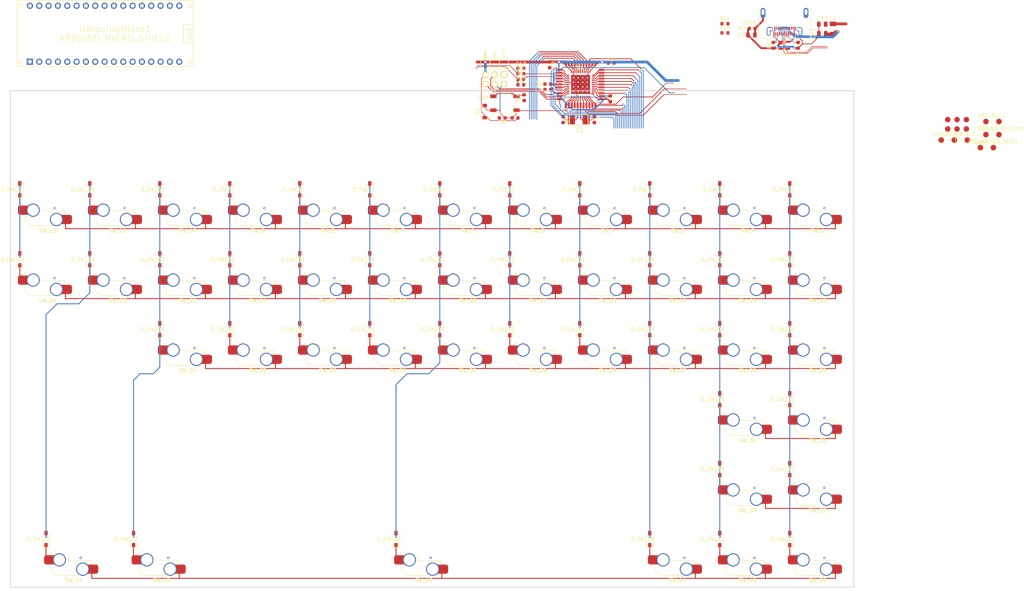
<source format=kicad_pcb>
(kicad_pcb (version 20211014) (generator pcbnew)
  (layers (0 "F.Cu" signal) (31 "B.Cu" signal) (34 "B.Paste" user) (35 "F.Paste" user) (36 "B.SilkS" user "B.Silkscreen") (37 "F.SilkS" user "F.Silkscreen") (38 "B.Mask" user) (39 "F.Mask" user) (44 "Edge.Cuts" user))
  (net 0 "")
  (net 1 "GND")
  (net 2 "Net-(D_SW_1-Pad1)")
  (net 3 "COL1")
  (net 4 "Net-(D_SW_2-Pad1)")
  (net 5 "COL2")
  (net 6 "Net-(D_SW_3-Pad1)")
  (net 7 "COL3")
  (net 8 "Net-(D_SW_4-Pad1)")
  (net 9 "COL4")
  (net 10 "Net-(D_SW_5-Pad1)")
  (net 11 "COL5")
  (net 12 "Net-(D_SW_6-Pad1)")
  (net 13 "COL6")
  (net 14 "Net-(D_SW_7-Pad1)")
  (net 15 "COL7")
  (net 16 "Net-(D_SW_8-Pad1)")
  (net 17 "COL8")
  (net 18 "Net-(D_SW_9-Pad1)")
  (net 19 "COL9")
  (net 20 "Net-(D_SW_10-Pad1)")
  (net 21 "COL10")
  (net 22 "Net-(D_SW_11-Pad1)")
  (net 23 "COL11")
  (net 24 "Net-(D_SW_12-Pad1)")
  (net 25 "COL12")
  (net 26 "Net-(D_SW_13-Pad1)")
  (net 27 "COL13")
  (net 28 "Net-(D_SW_14-Pad1)")
  (net 29 "COL14")
  (net 30 "Net-(D_SW_15-Pad1)")
  (net 31 "COL15")
  (net 32 "Net-(D_SW_16-Pad1)")
  (net 33 "Net-(D_SW_17-Pad1)")
  (net 34 "Net-(D_SW_18-Pad1)")
  (net 35 "Net-(D_SW_19-Pad1)")
  (net 36 "Net-(D_SW_20-Pad1)")
  (net 37 "Net-(D_SW_21-Pad1)")
  (net 38 "Net-(D_SW_22-Pad1)")
  (net 39 "Net-(D_SW_23-Pad1)")
  (net 40 "Net-(D_SW_24-Pad1)")
  (net 41 "Net-(D_SW_25-Pad1)")
  (net 42 "Net-(D_SW_26-Pad1)")
  (net 43 "Net-(D_SW_27-Pad1)")
  (net 44 "Net-(D_SW_28-Pad1)")
  (net 45 "Net-(D_SW_29-Pad1)")
  (net 46 "Net-(D_SW_30-Pad1)")
  (net 47 "Net-(D_SW_31-Pad1)")
  (net 48 "Net-(D_SW_32-Pad1)")
  (net 49 "Net-(D_SW_33-Pad1)")
  (net 50 "Net-(D_SW_34-Pad1)")
  (net 51 "Net-(D_SW_35-Pad1)")
  (net 52 "Net-(D_SW_36-Pad1)")
  (net 53 "Net-(D_SW_37-Pad1)")
  (net 54 "Net-(D_SW_38-Pad1)")
  (net 55 "Net-(D_SW_39-Pad1)")
  (net 56 "Net-(D_SW_40-Pad1)")
  (net 57 "Net-(D_SW_41-Pad1)")
  (net 58 "Net-(D_SW_42-Pad1)")
  (net 59 "Net-(D_SW_43-Pad1)")
  (net 60 "Net-(D_SW_44-Pad1)")
  (net 61 "ROW5")
  (net 62 "Net-(AREF1-Pad1)")
  (net 63 "/MCU-ATmega32u4/RESET_MCU")
  (net 64 "COL16")
  (net 75 "USBVBUS")
  (net 76 "USBSHIELD")
  (net 77 "USB_D-")
  (net 78 "USB_D+")
  (net 79 "/USB-C/CC2")
  (net 80 "/USB-C/CC1")
  (net 90 "ROW0")
  (net 91 "ROW1")
  (net 92 "ROW2")
  (net 93 "ROW3")
  (net 94 "ROW4")
  (net 96 "+5V")
  (net 97 "Net-(C5-Pad1)")
  (net 98 "Net-(C6-Pad1)")
  (net 99 "Net-(C7-Pad1)")
  (net 100 "LED_DRIVER_SDB")
  (net 101 "Net-(R2-Pad2)")
  (net 102 "R_D+")
  (net 103 "R_D-")
  (net 104 "LED_DRIVER_INTB")
  (net 105 "SDA")
  (net 106 "SCL")
  (net 107 "COL0")
  (footprint "Capacitor_SMD:C_0603_1608Metric" (layer "F.Cu") (at 167.56 34.199702 -90)
    (fp_text reference "C3")
    (fp_text value "1uF 10V X5R 10%")
  )
  (footprint "Capacitor_SMD:C_0805_2012Metric" (layer "F.Cu") (at 205.97 16.835 180)
    (fp_text reference "C9")
    (fp_text value "10nF 100V")
  )
  (footprint "Resistor_SMD:R_1206_3216Metric" (layer "F.Cu") (at 228.17 15.195 -90)
    (fp_text reference "L1")
    (fp_text value "BLM31PG391SN1L")
  )
  (footprint "Resistor_SMD:R_0603_1608Metric" (layer "F.Cu") (at 141.635 39.424702)
    (fp_text reference "R1")
    (fp_text value "10K")
  )
  (footprint "Resistor_SMD:R_0603_1608Metric" (layer "F.Cu") (at 143.21 28.899702)
    (fp_text reference "R4")
    (fp_text value "22R")
  )
  (footprint "Resistor_SMD:R_0603_1608Metric" (layer "F.Cu") (at 211.92 19.635 90)
    (fp_text reference "R6")
    (fp_text value "5.1K")
  )
  (footprint "Resistor_SMD:R_0603_1608Metric" (layer "F.Cu") (at 218.67 19.635 90)
    (fp_text reference "R7")
    (fp_text value "5.1K")
  )
  (footprint "Button_Switch_SMD:SW_SPST_TL3342" (layer "F.Cu") (at 138.885 35.424702)
    (fp_text reference "SW1")
    (fp_text value "SW_PUSH")
  )
  (footprint "Keyboardio:USB-TYPE-C-MIDMOUNT" (layer "F.Cu") (at 214.965 15.875 180)
    (fp_text reference "USB1")
    (fp_text value "USB_C_Receptacle")
    (fp_line (start 4.7 2.5) (end 4.7 6.85) (layer "Edge.Cuts") (width 0.01))
    (fp_line (start 4.7 1.6) (end -4.7 1.6) (layer "Edge.Cuts") (width 0.01))
    (fp_line (start -4.7 2.5) (end -4.7 6.85) (layer "Edge.Cuts") (width 0.01))
    (fp_line (start -7 6.85) (end -4.7 6.85) (layer "Edge.Cuts") (width 0.01))
    (fp_line (start 7 6.85) (end 4.7 6.85) (layer "Edge.Cuts") (width 0.01))
    (fp_arc (start 4.7 1.6) (mid 5.15 2.05) (end 4.7 2.5) (layer "Edge.Cuts") (width 0.01))
    (fp_arc (start -4.7 2.5) (mid -5.15 2.05) (end -4.7 1.6) (layer "Edge.Cuts") (width 0.01))
  )
  (footprint "Capacitor_SMD:C_0603_1608Metric" (layer "F.Cu") (at 150.56 30.199702 180)
    (fp_text reference "C6")
    (fp_text value "1uF 10V X5R 10%")
  )
  (footprint "Capacitor_SMD:C_0603_1608Metric" (layer "F.Cu") (at 138.135 39.424702 180)
    (fp_text reference "C8")
    (fp_text value "1uF 10V X5R 10%")
  )
  (footprint "Capacitor_SMD:C_0805_2012Metric" (layer "F.Cu") (at 225.26 16.435 180)
    (fp_text reference "C11")
    (fp_text value "4.7uF 16V X7R")
  )
  (footprint "Resistor_SMD:R_0603_1608Metric" (layer "F.Cu") (at 206.17 15.06 180)
    (fp_text reference "R3")
    (fp_text value "500K")
  )
  (footprint "Diode_SMD:D_SOD-123" (layer "F.Cu") (at 133.385 37.674702 90)
    (fp_text reference "D2")
    (fp_text value "1N4148")
  )
  (footprint "Capacitor_SMD:C_0603_1608Metric" (layer "F.Cu") (at 151.06 24.949702 -90)
    (fp_text reference "C2")
    (fp_text value "1uF 10V X5R 10%")
  )
  (footprint "Keyboardio:PRTR5V0U2X" (layer "F.Cu") (at 214.92 19.635 -90)
    (fp_text reference "ESD1")
    (fp_text value "PRTR5V0U2X" hide)
  )
  (footprint "Resistor_SMD:R_0603_1608Metric" (layer "F.Cu") (at 144.11 33.899702 90)
    (fp_text reference "R2")
    (fp_text value "330R 5%")
  )
  (footprint "Capacitor_SMD:C_0805_2012Metric" (layer "F.Cu") (at 225.24 13.875 180)
    (fp_text reference "C10")
    (fp_text value "4.7uF 16V X7R")
  )
  (footprint "Keyboardio:Model_01_ICSP_cutout_pins" (layer "F.Cu") (at 133.56 30.199702 90)
    (fp_text reference "J1")
    (fp_text value "ICSP")
  )
  (footprint "Resistor_SMD:R_0603_1608Metric" (layer "F.Cu") (at 143.21 27.399702)
    (fp_text reference "R5")
    (fp_text value "22R")
  )
  (footprint "Capacitor_SMD:C_0603_1608Metric" (layer "F.Cu") (at 143.21 25.899702)
    (fp_text reference "C13")
    (fp_text value "27pF DNP")
  )
  (footprint "Capacitor_SMD:C_0603_1608Metric" (layer "F.Cu") (at 143.21 30.399702)
    (fp_text reference "C12")
    (fp_text value "27pF DNP")
  )
  (footprint "Capacitor_SMD:C_0603_1608Metric" (layer "F.Cu") (at 154.71 39.899702 -90)
    (fp_text reference "C7")
    (fp_text value "27pF")
  )
  (footprint "Keyboardio:ABM3_Crystal_Oscillator" (layer "F.Cu") (at 158.975 39.959702)
    (fp_text reference "X1")
    (fp_text value "ABM3-16.000" hide)
  )
  (footprint "Capacitor_SMD:C_0603_1608Metric" (layer "F.Cu") (at 163.21 39.899702 -90)
    (fp_text reference "C5")
    (fp_text value "27pF")
  )
  (footprint "Keyboardio:TQFP-44_10x10mm_Pitch0.8mm-Plus-QFN_44_7x7mm_Pitch_0.5mm" (layer "F.Cu") (at 159.47 30.299702)
    (fp_text reference "U1")
    (fp_text value "ATMEGA32U4-MU")
  )
  (footprint "Capacitor_SMD:C_0603_1608Metric" (layer "F.Cu") (at 150.56 31.699702 180)
    (fp_text reference "C4")
    (fp_text value "1uF 10V X5R 10%")
  )
  (footprint "Capacitor_SMD:C_0603_1608Metric" (layer "F.Cu") (at 167.81 24.449702)
    (fp_text reference "C1")
    (fp_text value "1uF 10V X5R 10%")
  )
  (footprint "TestPoint:TestPoint_Pad_D1.5mm" (layer "F.Cu") (at 273.335 43.96)
    (fp_text reference "LED_DRIVER_SDB1")
    (fp_text value "TST")
  )
  (footprint "D_SOD-123" (layer "F.Cu") (at 216.3975 58.9 90)
    (fp_text reference "D_SW_1")
    (fp_text value "D_SOD-123")
  )
  (footprint "D_SOD-123" (layer "F.Cu") (at 25.8975 58.9 90)
    (fp_text reference "D_SW_11")
    (fp_text value "D_SOD-123")
  )
  (footprint "Keyboardio:MX-KailhClip-1.00u-no-top-ring" (layer "F.Cu") (at 185.7375 62 180)
    (fp_text reference "SW_3")
    (fp_text value "ESC" hide)
  )
  (footprint "Keyboardio:MX-KailhClip-1.00u-no-top-ring" (layer "F.Cu") (at 147.6375 100.1 180)
    (fp_text reference "SW_29")
    (fp_text value "ESC" hide)
  )
  (footprint "TestPoint:TestPoint_Pad_D1.5mm" (layer "F.Cu") (at 264.725 45.45)
    (fp_text reference "XTAL2")
    (fp_text value "TST")
  )
  (footprint "D_SOD-123" (layer "F.Cu") (at 6.8475 77.95 90)
    (fp_text reference "D_SW_24")
    (fp_text value "D_SOD-123")
  )
  (footprint "TestPoint:TestPoint_Pad_D1.5mm" (layer "F.Cu") (at 271.825 47.51)
    (fp_text reference "LED_DRIVER_INTB1")
    (fp_text value "TST")
  )
  (footprint "Keyboardio:MX-KailhClip-1.00u-no-top-ring" (layer "F.Cu") (at 204.7875 100.1 180)
    (fp_text reference "SW_26")
    (fp_text value "ESC" hide)
  )
  (footprint "Keyboardio:MX-KailhClip-1.00u-no-top-ring" (layer "F.Cu") (at 90.4875 81.05 180)
    (fp_text reference "SW_20")
    (fp_text value "ESC" hide)
  )
  (footprint "D_SOD-123" (layer "F.Cu") (at 197.3475 135.1 90)
    (fp_text reference "D_SW_38")
    (fp_text value "D_SOD-123")
  )
  (footprint "TestPoint:TestPoint_Pad_D1.5mm" (layer "F.Cu") (at 269.785 43.96)
    (fp_text reference "XTAL1")
    (fp_text value "TST")
  )
  (footprint "Keyboardio:MX-KailhClip-1.00u-no-top-ring" (layer "F.Cu") (at 204.7875 81.05 180)
    (fp_text reference "SW_14")
    (fp_text value "ESC" hide)
  )
  (footprint "D_SOD-123" (layer "F.Cu") (at 216.3975 116.05 90)
    (fp_text reference "D_SW_35")
    (fp_text value "D_SOD-123")
  )
  (footprint "Keyboardio:Six_Pin_Test_Point" (layer "F.Cu") (at 261.93 41.155)
    (fp_text reference "T5")
    (fp_text value "ICSP_Test")
  )
  (footprint "D_SOD-123" (layer "F.Cu") (at 109.24125 154.15 90)
    (fp_text reference "D_SW_42")
    (fp_text value "D_SOD-123")
  )
  (footprint "D_SOD-123" (layer "F.Cu") (at 63.9975 77.95 90)
    (fp_text reference "D_SW_21")
    (fp_text value "D_SOD-123")
  )
  (footprint "D_SOD-123" (layer "F.Cu") (at 140.1975 97 90)
    (fp_text reference "D_SW_29")
    (fp_text value "D_SOD-123")
  )
  (footprint "D_SOD-123" (layer "F.Cu") (at 216.3975 154.15 90)
    (fp_text reference "D_SW_39")
    (fp_text value "D_SOD-123")
  )
  (footprint "D_SOD-123" (layer "F.Cu") (at 37.80375 154.15 90)
    (fp_text reference "D_SW_43")
    (fp_text value "D_SOD-123")
  )
  (footprint "Keyboardio:MX-KailhClip-1.00u-no-top-ring" (layer "F.Cu") (at 147.6375 81.05 180)
    (fp_text reference "SW_17")
    (fp_text value "ESC" hide)
  )
  (footprint "Keyboardio:MX-KailhClip-1.00u-no-top-ring" (layer "F.Cu") (at 223.8375 138.2 180)
    (fp_text reference "SW_37")
    (fp_text value "ESC" hide)
  )
  (footprint "D_SOD-123" (layer "F.Cu") (at 216.3975 77.95 90)
    (fp_text reference "D_SW_13")
    (fp_text value "D_SOD-123")
  )
  (footprint "D_SOD-123" (layer "F.Cu") (at 25.8975 77.95 90)
    (fp_text reference "D_SW_23")
    (fp_text value "D_SOD-123")
  )
  (footprint "Resistor_SMD:R_0603_1608Metric" (layer "F.Cu") (at 198.755 13.75)
    (fp_text reference "RV1")
    (fp_text value "V5.5MLA0603NH")
  )
  (footprint "D_SOD-123" (layer "F.Cu") (at 140.1975 77.95 90)
    (fp_text reference "D_SW_17")
    (fp_text value "D_SOD-123")
  )
  (footprint "Keyboardio:MX-KailhClip-1.00u-no-top-ring" (layer "F.Cu") (at 52.3875 62 180)
    (fp_text reference "SW_10")
    (fp_text value "ESC" hide)
  )
  (footprint "Keyboardio:MX-KailhClip-1.00u-no-top-ring" (layer "F.Cu") (at 33.3375 81.05 180)
    (fp_text reference "SW_23")
    (fp_text value "ESC" hide)
  )
  (footprint "D_SOD-123" (layer "F.Cu") (at 6.8475 58.9 90)
    (fp_text reference "D_SW_12")
    (fp_text value "D_SOD-123")
  )
  (footprint "D_SOD-123" (layer "F.Cu") (at 83.0475 58.9 90)
    (fp_text reference "D_SW_8")
    (fp_text value "D_SOD-123")
  )
  (footprint "Keyboardio:MX-KailhClip-1.00u-no-top-ring" (layer "F.Cu") (at 52.3875 100.1 180)
    (fp_text reference "SW_34")
    (fp_text value "ESC" hide)
  )
  (footprint "D_SOD-123" (layer "F.Cu") (at 159.2475 97 90)
    (fp_text reference "D_SW_28")
    (fp_text value "D_SOD-123")
  )
  (footprint "Keyboardio:MX-KailhClip-1.00u-no-top-ring" (layer "F.Cu") (at 14.2875 81.05 180)
    (fp_text reference "SW_24")
    (fp_text value "ESC" hide)
  )
  (footprint "D_SOD-123" (layer "F.Cu") (at 13.99125 154.15 90)
    (fp_text reference "D_SW_44")
    (fp_text value "D_SOD-123")
  )
  (footprint "D_SOD-123" (layer "F.Cu") (at 83.0475 77.95 90)
    (fp_text reference "D_SW_20")
    (fp_text value "D_SOD-123")
  )
  (footprint "Keyboardio:MX-KailhClip-1.00u-no-top-ring" (layer "F.Cu") (at 204.7875 138.2 180)
    (fp_text reference "SW_38")
    (fp_text value "ESC" hide)
  )
  (footprint "Keyboardio:MX-KailhClip-1.00u-no-top-ring" (layer "F.Cu") (at 109.5375 62 180)
    (fp_text reference "SW_7")
    (fp_text value "ESC" hide)
  )
  (footprint "Keyboardio:MX-KailhClip-1.00u-no-top-ring" (layer "F.Cu") (at 147.6375 62 180)
    (fp_text reference "SW_5")
    (fp_text value "ESC" hide)
  )
  (footprint "D_SOD-123" (layer "F.Cu") (at 178.2975 97 90)
    (fp_text reference "D_SW_27")
    (fp_text value "D_SOD-123")
  )
  (footprint "Keyboardio:MX-KailhClip-1.00u-no-top-ring" (layer "F.Cu") (at 14.2875 62 180)
    (fp_text reference "SW_12")
    (fp_text value "ESC" hide)
  )
  (footprint "D_SOD-123" (layer "F.Cu") (at 63.9975 97 90)
    (fp_text reference "D_SW_33")
    (fp_text value "D_SOD-123")
  )
  (footprint "D_SOD-123" (layer "F.Cu") (at 197.3475 154.15 90)
    (fp_text reference "D_SW_40")
    (fp_text value "D_SOD-123")
  )
  (footprint "Keyboardio:MX-KailhClip-1.00u-no-top-ring" (layer "F.Cu") (at 223.8375 100.1 180)
    (fp_text reference "SW_25")
    (fp_text value "ESC" hide)
  )
  (footprint "D_SOD-123" (layer "F.Cu") (at 178.2975 58.9 90)
    (fp_text reference "D_SW_3")
    (fp_text value "D_SOD-123")
  )
  (footprint "Keyboardio:MX-KailhClip-1.00u-no-top-ring" (layer "F.Cu") (at 109.5375 100.1 180)
    (fp_text reference "SW_31")
    (fp_text value "ESC" hide)
  )
  (footprint "Keyboardio:MX-KailhClip-1.00u-no-top-ring" (layer "F.Cu") (at 71.4375 62 180)
    (fp_text reference "SW_9")
    (fp_text value "ESC" hide)
  )
  (footprint "D_SOD-123" (layer "F.Cu") (at 44.9475 77.95 90)
    (fp_text reference "D_SW_22")
    (fp_text value "D_SOD-123")
  )
  (footprint "Keyboardio:MX-KailhClip-1.00u-no-top-ring" (layer "F.Cu") (at 223.8375 81.05 180)
    (fp_text reference "SW_13")
    (fp_text value "ESC" hide)
  )
  (footprint "Keyboardio:MX-KailhClip-1.00u-no-top-ring" (layer "F.Cu") (at 71.4375 100.1 180)
    (fp_text reference "SW_33")
    (fp_text value "ESC" hide)
  )
  (footprint "D_SOD-123" (layer "F.Cu") (at 63.9975 58.9 90)
    (fp_text reference "D_SW_9")
    (fp_text value "D_SOD-123")
  )
  (footprint "D_SOD-123" (layer "F.Cu") (at 197.3475 116.05 90)
    (fp_text reference "D_SW_36")
    (fp_text value "D_SOD-123")
  )
  (footprint "D_SOD-123" (layer "F.Cu") (at 83.0475 97 90)
    (fp_text reference "D_SW_32")
    (fp_text value "D_SOD-123")
  )
  (footprint "D_SOD-123" (layer "F.Cu") (at 121.1475 97 90)
    (fp_text reference "D_SW_30")
    (fp_text value "D_SOD-123")
  )
  (footprint "D_SOD-123" (layer "F.Cu") (at 44.9475 58.9 90)
    (fp_text reference "D_SW_10")
    (fp_text value "D_SOD-123")
  )
  (footprint "D_SOD-123" (layer "F.Cu") (at 121.1475 58.9 90)
    (fp_text reference "D_SW_6")
    (fp_text value "D_SOD-123")
  )
  (footprint "D_SOD-123" (layer "F.Cu") (at 197.3475 77.95 90)
    (fp_text reference "D_SW_14")
    (fp_text value "D_SOD-123")
  )
  (footprint "Keyboardio:MX-KailhClip-1.00u-no-top-ring" (layer "F.Cu") (at 204.7875 119.15 180)
    (fp_text reference "SW_36")
    (fp_text value "ESC" hide)
  )
  (footprint "D_SOD-123" (layer "F.Cu") (at 102.0975 97 90)
    (fp_text reference "D_SW_31")
    (fp_text value "D_SOD-123")
  )
  (footprint "D_SOD-123" (layer "F.Cu") (at 197.3475 97 90)
    (fp_text reference "D_SW_26")
    (fp_text value "D_SOD-123")
  )
  (footprint "D_SOD-123" (layer "F.Cu") (at 102.0975 77.95 90)
    (fp_text reference "D_SW_19")
    (fp_text value "D_SOD-123")
  )
  (footprint "Keyboardio:MX-KailhClip-1.00u-no-top-ring" (layer "F.Cu") (at 33.3375 62 180)
    (fp_text reference "SW_11")
    (fp_text value "ESC" hide)
  )
  (footprint "Keyboardio:MX-KailhClip-1.00u-no-top-ring" (layer "F.Cu") (at 185.7375 157.25 180)
    (fp_text reference "SW_41")
    (fp_text value "ESC" hide)
  )
  (footprint "D_SOD-123" (layer "F.Cu") (at 159.2475 58.9 90)
    (fp_text reference "D_SW_4")
    (fp_text value "D_SOD-123")
  )
  (footprint "Keyboardio:MX-KailhClip-1.00u-no-top-ring" (layer "F.Cu") (at 166.6875 81.05 180)
    (fp_text reference "SW_16")
    (fp_text value "ESC" hide)
  )
  (footprint "TestPoint:TestPoint_Pad_D1.5mm" (layer "F.Cu") (at 268.275 47.51)
    (fp_text reference "SDA1")
    (fp_text value "TST")
  )
  (footprint "Keyboardio:MX-KailhClip-1.00u-no-top-ring" (layer "F.Cu") (at 90.4875 100.1 180)
    (fp_text reference "SW_32")
    (fp_text value "ESC" hide)
  )
  (footprint "Keyboardio:MX-KailhClip-1.00u-no-top-ring" (layer "F.Cu") (at 109.5375 81.05 180)
    (fp_text reference "SW_19")
    (fp_text value "ESC" hide)
  )
  (footprint "TestPoint:TestPoint_Pad_D1.5mm" (layer "F.Cu") (at 273.335 40.41)
    (fp_text reference "SCL1")
    (fp_text value "TST")
  )
  (footprint "TestPoint:TestPoint_Pad_D1.5mm" (layer "F.Cu") (at 261.175 45.45)
    (fp_text reference "UCAP1")
    (fp_text value "TST")
  )
  (footprint "Keyboardio:MX-KailhClip-1.00u-no-top-ring" (layer "F.Cu") (at 204.7875 62 180)
    (fp_text reference "SW_2")
    (fp_text value "ESC" hide)
  )
  (footprint "D_SOD-123" (layer "F.Cu") (at 178.2975 77.95 90)
    (fp_text reference "D_SW_15")
    (fp_text value "D_SOD-123")
  )
  (footprint "TestPoint:TestPoint_Pad_D1.5mm" (layer "F.Cu") (at 269.785 40.41)
    (fp_text reference "AREF1")
    (fp_text value "TST")
  )
  (footprint "ArduinoMicro:ARDUINO_MICRO_SHIELD" (layer "F.Cu") (at 6.0995 25.3725)
    (fp_text reference "UArduinoMicro1")
    (fp_text value "ARDUINO_MICRO_SHIELD")
  )
  (footprint "Keyboardio:MX-KailhClip-1.00u-no-top-ring" (layer "F.Cu") (at 128.5875 81.05 180)
    (fp_text reference "SW_18")
    (fp_text value "ESC" hide)
  )
  (footprint "D_SOD-123" (layer "F.Cu") (at 159.2475 77.95 90)
    (fp_text reference "D_SW_16")
    (fp_text value "D_SOD-123")
  )
  (footprint "Keyboardio:MX-KailhClip-1.00u-no-top-ring" (layer "F.Cu") (at 223.8375 157.25 180)
    (fp_text reference "SW_39")
    (fp_text value "ESC" hide)
  )
  (footprint "Resistor_SMD:R_0603_1608Metric" (layer "F.Cu") (at 198.755 16.26)
    (fp_text reference "RV2")
    (fp_text value "V5.5MLA0603NH")
  )
  (footprint "D_SOD-123" (layer "F.Cu") (at 121.1475 77.95 90)
    (fp_text reference "D_SW_18")
    (fp_text value "D_SOD-123")
  )
  (footprint "Keyboardio:MX-KailhClip-1.00u-no-top-ring" (layer "F.Cu") (at 45.24375 157.25 180)
    (fp_text reference "SW_43")
    (fp_text value "ESC" hide)
  )
  (footprint "Keyboardio:MX-KailhClip-1.00u-no-top-ring" (layer "F.Cu") (at 90.4875 62 180)
    (fp_text reference "SW_8")
    (fp_text value "ESC" hide)
  )
  (footprint "Keyboardio:MX-KailhClip-1.00u-no-top-ring" (layer "F.Cu") (at 71.4375 81.05 180)
    (fp_text reference "SW_21")
    (fp_text value "ESC" hide)
  )
  (footprint "Keyboardio:MX-KailhClip-1.00u-no-top-ring" (layer "F.Cu") (at 166.6875 100.1 180)
    (fp_text reference "SW_28")
    (fp_text value "ESC" hide)
  )
  (footprint "Keyboardio:MX-KailhClip-1.00u-no-top-ring" (layer "F.Cu") (at 21.43125 157.25 180)
    (fp_text reference "SW_44")
    (fp_text value "ESC" hide)
  )
  (footprint "D_SOD-123" (layer "F.Cu") (at 216.3975 135.1 90)
    (fp_text reference "D_SW_37")
    (fp_text value "D_SOD-123")
  )
  (footprint "Keyboardio:MX-KailhClip-1.00u-no-top-ring" (layer "F.Cu") (at 223.8375 62 180)
    (fp_text reference "SW_1")
    (fp_text value "ESC" hide)
  )
  (footprint "D_SOD-123" (layer "F.Cu") (at 140.1975 58.9 90)
    (fp_text reference "D_SW_5")
    (fp_text value "D_SOD-123")
  )
  (footprint "D_SOD-123" (layer "F.Cu") (at 178.2975 154.15 90)
    (fp_text reference "D_SW_41")
    (fp_text value "D_SOD-123")
  )
  (footprint "Keyboardio:MX-KailhClip-1.00u-no-top-ring" (layer "F.Cu") (at 223.8375 119.15 180)
    (fp_text reference "SW_35")
    (fp_text value "ESC" hide)
  )
  (footprint "D_SOD-123" (layer "F.Cu") (at 197.3475 58.9 90)
    (fp_text reference "D_SW_2")
    (fp_text value "D_SOD-123")
  )
  (footprint "D_SOD-123" (layer "F.Cu") (at 216.3975 97 90)
    (fp_text reference "D_SW_25")
    (fp_text value "D_SOD-123")
  )
  (footprint "Keyboardio:MX-KailhClip-1.00u-no-top-ring" (layer "F.Cu") (at 185.7375 81.05 180)
    (fp_text reference "SW_15")
    (fp_text value "ESC" hide)
  )
  (footprint "Keyboardio:MX-KailhClip-1.00u-no-top-ring" (layer "F.Cu") (at 128.5875 100.1 180)
    (fp_text reference "SW_30")
    (fp_text value "ESC" hide)
  )
  (footprint "Keyboardio:MX-KailhClip-1.00u-no-top-ring" (layer "F.Cu") (at 166.6875 62 180)
    (fp_text reference "SW_4")
    (fp_text value "ESC" hide)
  )
  (footprint "Keyboardio:MX-KailhClip-1.00u-no-top-ring" (layer "F.Cu") (at 52.3875 81.05 180)
    (fp_text reference "SW_22")
    (fp_text value "ESC" hide)
  )
  (footprint "Keyboardio:MX-KailhClip-1.00u-no-top-ring" (layer "F.Cu") (at 204.7875 157.25 180)
    (fp_text reference "SW_40")
    (fp_text value "ESC" hide)
  )
  (footprint "Keyboardio:MX-KailhClip-1.00u-no-top-ring" (layer "F.Cu") (at 185.7375 100.1 180)
    (fp_text reference "SW_27")
    (fp_text value "ESC" hide)
  )
  (footprint "D_SOD-123" (layer "F.Cu") (at 102.0975 58.9 90)
    (fp_text reference "D_SW_7")
    (fp_text value "D_SOD-123")
  )
  (footprint "TestPoint:TestPoint_Pad_D1.5mm" (layer "F.Cu") (at 257.625 45.45)
    (fp_text reference "UVCC1")
    (fp_text value "TST")
  )
  (footprint "Keyboardio:MX-KailhClip-1.00u-no-top-ring" (layer "F.Cu") (at 116.68125 157.25 180)
    (fp_text reference "SW_42")
    (fp_text value "ESC" hide)
  )
  (footprint "Keyboardio:MX-KailhClip-1.00u-no-top-ring" (layer "F.Cu") (at 128.5875 62 180)
    (fp_text reference "SW_6")
    (fp_text value "ESC" hide)
  )
  (footprint "D_SOD-123" (layer "F.Cu") (at 44.9475 97 90)
    (fp_text reference "D_SW_34")
    (fp_text value "D_SOD-123")
  )
  (gr_line (start 4.2875 32) (end 4.2875 167.25) (layer "Edge.Cuts") (width 0.2))
  (gr_line (start 233.8375 32) (end 233.8375 167.25) (layer "Edge.Cuts") (width 0.2))
  (gr_line (start 4.2875 167.25) (end 233.8375 167.25) (layer "Edge.Cuts") (width 0.2))
  (gr_line (start 4.2875 32) (end 233.8375 32) (layer "Edge.Cuts") (width 0.2))
  (via (at 23.43125 159.25) (size 0.6096) (drill 0.3048) (layers "F.Cu" "B.Cu") (net 0))
  (via (at 225.8375 159.25) (size 0.6096) (drill 0.3048) (layers "F.Cu" "B.Cu") (net 0))
  (via (at 92.4875 64) (size 0.6096) (drill 0.3048) (layers "F.Cu" "B.Cu") (net 0))
  (via (at 73.4375 102.1) (size 0.6096) (drill 0.3048) (layers "F.Cu" "B.Cu") (net 0))
  (via (at 225.8375 102.1) (size 0.6096) (drill 0.3048) (layers "F.Cu" "B.Cu") (net 0))
  (via (at 92.4875 83.05) (size 0.6096) (drill 0.3048) (layers "F.Cu" "B.Cu") (net 0))
  (via (at 54.3875 64) (size 0.6096) (drill 0.3048) (layers "F.Cu" "B.Cu") (net 0))
  (via (at 206.7875 64) (size 0.6096) (drill 0.3048) (layers "F.Cu" "B.Cu") (net 0))
  (via (at 149.6375 64) (size 0.6096) (drill 0.3048) (layers "F.Cu" "B.Cu") (net 0))
  (via (at 225.8375 83.05) (size 0.6096) (drill 0.3048) (layers "F.Cu" "B.Cu") (net 0))
  (via (at 206.7875 121.15) (size 0.6096) (drill 0.3048) (layers "F.Cu" "B.Cu") (net 0))
  (via (at 149.6375 83.05) (size 0.6096) (drill 0.3048) (layers "F.Cu" "B.Cu") (net 0))
  (via (at 35.3375 64) (size 0.6096) (drill 0.3048) (layers "F.Cu" "B.Cu") (net 0))
  (via (at 206.7875 83.05) (size 0.6096) (drill 0.3048) (layers "F.Cu" "B.Cu") (net 0))
  (via (at 92.4875 102.1) (size 0.6096) (drill 0.3048) (layers "F.Cu" "B.Cu") (net 0))
  (via (at 111.5375 64) (size 0.6096) (drill 0.3048) (layers "F.Cu" "B.Cu") (net 0))
  (via (at 111.5375 83.05) (size 0.6096) (drill 0.3048) (layers "F.Cu" "B.Cu") (net 0))
  (via (at 187.7375 102.1) (size 0.6096) (drill 0.3048) (layers "F.Cu" "B.Cu") (net 0))
  (via (at 168.6875 64) (size 0.6096) (drill 0.3048) (layers "F.Cu" "B.Cu") (net 0))
  (via (at 130.5875 64) (size 0.6096) (drill 0.3048) (layers "F.Cu" "B.Cu") (net 0))
  (via (at 225.8375 121.15) (size 0.6096) (drill 0.3048) (layers "F.Cu" "B.Cu") (net 0))
  (via (at 111.5375 102.1) (size 0.6096) (drill 0.3048) (layers "F.Cu" "B.Cu") (net 0))
  (via (at 47.24375 159.25) (size 0.6096) (drill 0.3048) (layers "F.Cu" "B.Cu") (net 0))
  (via (at 73.4375 83.05) (size 0.6096) (drill 0.3048) (layers "F.Cu" "B.Cu") (net 0))
  (via (at 225.8375 140.2) (size 0.6096) (drill 0.3048) (layers "F.Cu" "B.Cu") (net 0))
  (via (at 35.3375 83.05) (size 0.6096) (drill 0.3048) (layers "F.Cu" "B.Cu") (net 0))
  (via (at 16.2875 64) (size 0.6096) (drill 0.3048) (layers "F.Cu" "B.Cu") (net 0))
  (via (at 54.3875 83.05) (size 0.6096) (drill 0.3048) (layers "F.Cu" "B.Cu") (net 0))
  (via (at 168.6875 83.05) (size 0.6096) (drill 0.3048) (layers "F.Cu" "B.Cu") (net 0))
  (via (at 168.6875 102.1) (size 0.6096) (drill 0.3048) (layers "F.Cu" "B.Cu") (net 0))
  (via (at 206.7875 140.2) (size 0.6096) (drill 0.3048) (layers "F.Cu" "B.Cu") (net 0))
  (via (at 206.7875 159.25) (size 0.6096) (drill 0.3048) (layers "F.Cu" "B.Cu") (net 0))
  (via (at 187.7375 64) (size 0.6096) (drill 0.3048) (layers "F.Cu" "B.Cu") (net 0))
  (via (at 118.68125 159.25) (size 0.6096) (drill 0.3048) (layers "F.Cu" "B.Cu") (net 0))
  (via (at 73.4375 64) (size 0.6096) (drill 0.3048) (layers "F.Cu" "B.Cu") (net 0))
  (via (at 225.8375 64) (size 0.6096) (drill 0.3048) (layers "F.Cu" "B.Cu") (net 0))
  (via (at 130.5875 83.05) (size 0.6096) (drill 0.3048) (layers "F.Cu" "B.Cu") (net 0))
  (via (at 16.2875 83.05) (size 0.6096) (drill 0.3048) (layers "F.Cu" "B.Cu") (net 0))
  (via (at 54.3875 102.1) (size 0.6096) (drill 0.3048) (layers "F.Cu" "B.Cu") (net 0))
  (via (at 130.5875 102.1) (size 0.6096) (drill 0.3048) (layers "F.Cu" "B.Cu") (net 0))
  (via (at 187.7375 159.25) (size 0.6096) (drill 0.3048) (layers "F.Cu" "B.Cu") (net 0))
  (via (at 206.7875 102.1) (size 0.6096) (drill 0.3048) (layers "F.Cu" "B.Cu") (net 0))
  (via (at 149.6375 102.1) (size 0.6096) (drill 0.3048) (layers "F.Cu" "B.Cu") (net 0))
  (via (at 187.7375 83.05) (size 0.6096) (drill 0.3048) (layers "F.Cu" "B.Cu") (net 0))
  (segment (start 218.6575 20.41) (end 218.67 20.4225) (width 0.508) (layer "F.Cu") (net 1))
  (segment (start 213.7897 18.8882) (end 213.904 18.8882) (width 0.2032) (layer "F.Cu") (net 1))
  (segment (start 224.3225 17.235) (end 222.3225 19.235) (width 0.2032) (layer "F.Cu") (net 1))
  (segment (start 161.47 28.299702) (end 161.40125 28.368452) (width 0.2032) (layer "F.Cu") (net 1))
  (segment (start 157.47 28.299702) (end 157.53875 28.368452) (width 0.2032) (layer "F.Cu") (net 1))
  (segment (start 217.67 20.41) (end 218.6575 20.41) (width 0.508) (layer "F.Cu") (net 1))
  (segment (start 217.59 16.575) (end 217.9282 16.575) (width 0.2032) (layer "F.Cu") (net 1))
  (segment (start 158.47 34.359702) (end 157.87 34.959702) (width 0.2032) (layer "F.Cu") (net 1))
  (segment (start 161.40125 28.368452) (end 157.64125 28.368452) (width 0.2032) (layer "F.Cu") (net 1))
  (segment (start 156.27 24.599702) (end 156.27 25.074702) (width 0.2032) (layer "F.Cu") (net 1))
  (segment (start 157.87 35.046502) (end 157.87 35.999702) (width 0.2032) (layer "F.Cu") (net 1))
  (segment (start 224.3025 16.415) (end 224.3225 16.435) (width 0.2032) (layer "F.Cu") (net 1))
  (segment (start 164.0418 34.299702) (end 164.2168 34.299702) (width 0.2032) (layer "F.Cu") (net 1))
  (segment (start 161.91 32.799702) (end 162.87 32.799702) (width 0.2032) (layer "F.Cu") (net 1))
  (segment (start 157.395 29.799702) (end 157.53875 29.655952) (width 0.2032) (layer "F.Cu") (net 1))
  (segment (start 166.8725 34.299702) (end 167.56 34.987202) (width 0.381) (layer "F.Cu") (net 1))
  (segment (start 161.47 26.899702) (end 161.47 28.299702) (width 0.2032) (layer "F.Cu") (net 1))
  (segment (start 219.8575 19.235) (end 218.67 20.4225) (width 0.2032) (layer "F.Cu") (net 1))
  (segment (start 219.82 19.2725) (end 218.67 20.4225) (width 0.2032) (layer "F.Cu") (net 1))
  (segment (start 155.22 29.799702) (end 156.07 29.799702) (width 0.2032) (layer "F.Cu") (net 1))
  (segment (start 219.82 18.4668) (end 219.82 19.2725) (width 0.2032) (layer "F.Cu") (net 1))
  (segment (start 217.59 15.8282) (end 217.59 16.575) (width 0.2032) (layer "F.Cu") (net 1))
  (segment (start 212.09 16.575) (end 212.09 15.855) (width 0.2032) (layer "F.Cu") (net 1))
  (segment (start 161.40125 32.230952) (end 161.40125 28.368452) (width 0.2032) (layer "F.Cu") (net 1))
  (segment (start 212.888681 20.035) (end 212.876031 20.02235) (width 0.508) (layer "F.Cu") (net 1))
  (segment (start 222.3225 19.235) (end 220.72 19.235) (width 0.2032) (layer "F.Cu") (net 1))
  (segment (start 158.47 32.587202) (end 158.82625 32.230952) (width 0.2032) (layer "F.Cu") (net 1))
  (segment (start 158.81 32.199702) (end 158.81 28.449702) (width 0.2032) (layer "F.Cu") (net 1))
  (segment (start 220.72 19.235) (end 219.8575 19.235) (width 0.2032) (layer "F.Cu") (net 1))
  (segment (start 208.62 20.4225) (end 211.92 20.4225) (width 0.508) (layer "F.Cu") (net 1))
  (segment (start 157.47 26.899702) (end 157.47 28.299702) (width 0.2032) (layer "F.Cu") (net 1))
  (segment (start 160.06 32.177202) (end 160.11375 32.230952) (width 0.2032) (layer "F.Cu") (net 1))
  (segment (start 212.34 15.605) (end 212.34 14.975) (width 0.2032) (layer "F.Cu") (net 1))
  (segment (start 161.47 26.289702) (end 161.47 26.899702) (width 0.2032) (layer "F.Cu") (net 1))
  (segment (start 161.31 32.199702) (end 161.91 32.799702) (width 0.2032) (layer "F.Cu") (net 1))
  (segment (start 217.84 14.975) (end 217.84 15.5782) (width 0.2032) (layer "F.Cu") (net 1))
  (segment (start 213.904 18.8882) (end 213.904 19.026) (width 0.508) (layer "F.Cu") (net 1))
  (segment (start 165.17 34.299702) (end 166.8725 34.299702) (width 0.381) (layer "F.Cu") (net 1))
  (segment (start 205.0325 16.835) (end 205.0325 15.41) (width 0.508) (layer "F.Cu") (net 1))
  (segment (start 158.47 33.699702) (end 158.47 32.587202) (width 0.2032) (layer "F.Cu") (net 1))
  (segment (start 164.2168 34.299702) (end 165.17 34.299702) (width 0.2032) (layer "F.Cu") (net 1))
  (segment (start 161.57 26.174702) (end 161.57 26.189702) (width 0.2032) (layer "F.Cu") (net 1))
  (segment (start 217.84 15.5782) (end 217.59 15.8282) (width 0.2032) (layer "F.Cu") (net 1))
  (segment (start 157.47 26.274702) (end 157.47 26.899702) (width 0.2032) (layer "F.Cu") (net 1))
  (segment (start 162.67 25.074702) (end 161.57 26.174702) (width 0.2032) (layer "F.Cu") (net 1))
  (segment (start 160.06 28.449702) (end 160.06 32.177202) (width 0.2032) (layer "F.Cu") (net 1))
  (segment (start 157.53875 32.178452) (end 157.56 32.199702) (width 0.2032) (layer "F.Cu") (net 1))
  (segment (start 153.77 29.499702) (end 154.92 29.499702) (width 0.2032) (layer "F.Cu") (net 1))
  (segment (start 154.92 29.499702) (end 155.22 29.799702) (width 0.2032) (layer "F.Cu") (net 1))
  (segment (start 161.57 26.189702) (end 161.47 26.289702) (width 0.2032) (layer "F.Cu") (net 1))
  (segment (start 157.87 34.959702) (end 157.87 35.046502) (width 0.2032) (layer "F.Cu") (net 1))
  (segment (start 212.09 16.575) (end 212.09 17.1885) (width 0.2032) (layer "F.Cu") (net 1))
  (segment (start 205.0325 15.41) (end 205.3825 15.06) (width 0.508) (layer "F.Cu") (net 1))
  (segment (start 157.64125 28.368452) (end 157.56 28.449702) (width 0.2032) (layer "F.Cu") (net 1))
  (segment (start 162.87 32.799702) (end 162.87 33.127902) (width 0.2032) (layer "F.Cu") (net 1))
  (segment (start 156.27 25.074702) (end 157.47 26.274702) (width 0.2032) (layer "F.Cu") (net 1))
  (segment (start 224.3025 13.875) (end 224.3025 16.415) (width 0.2032) (layer "F.Cu") (net 1))
  (segment (start 156.07 29.799702) (end 157.395 29.799702) (width 0.2032) (layer "F.Cu") (net 1))
  (segment (start 162.87 33.127902) (end 164.0418 34.299702) (width 0.2032) (layer "F.Cu") (net 1))
  (segment (start 212.09 17.1885) (end 213.7897 18.8882) (width 0.2032) (layer "F.Cu") (net 1))
  (segment (start 205.0325 16.835) (end 208.62 20.4225) (width 0.508) (layer "F.Cu") (net 1))
  (segment (start 212.895 20.035) (end 212.888681 20.035) (width 0.508) (layer "F.Cu") (net 1))
  (segment (start 212.5075 20.4225) (end 211.92 20.4225) (width 0.508) (layer "F.Cu") (net 1))
  (segment (start 157.53875 28.368452) (end 157.53875 32.178452) (width 0.2032) (layer "F.Cu") (net 1))
  (segment (start 158.47 33.699702) (end 158.47 34.359702) (width 0.2032) (layer "F.Cu") (net 1))
  (segment (start 213.904 19.026) (end 212.895 20.035) (width 0.508) (layer "F.Cu") (net 1))
  (segment (start 217.9282 16.575) (end 219.82 18.4668) (width 0.2032) (layer "F.Cu") (net 1))
  (segment (start 212.895 20.035) (end 212.5075 20.4225) (width 0.508) (layer "F.Cu") (net 1))
  (segment (start 224.3225 16.435) (end 224.3225 17.235) (width 0.2032) (layer "F.Cu") (net 1))
  (segment (start 212.09 15.855) (end 212.34 15.605) (width 0.2032) (layer "F.Cu") (net 1))
  (segment (start 162.67 24.599702) (end 162.67 25.074702) (width 0.2032) (layer "F.Cu") (net 1))
  (via (at 157.56 30.949702) (size 0.508) (drill 0.33) (layers "F.Cu" "B.Cu") (net 1))
  (via (at 160.06 29.699702) (size 0.508) (drill 0.33) (layers "F.Cu" "B.Cu") (net 1))
  (via (at 161.31 28.449702) (size 0.508) (drill 0.33) (layers "F.Cu" "B.Cu") (net 1))
  (via (at 217.67 20.41) (size 0.762) (drill 0.508) (layers "F.Cu" "B.Cu") (net 1))
  (via (at 158.81 30.949702) (size 0.508) (drill 0.33) (layers "F.Cu" "B.Cu") (net 1))
  (via (at 157.56 28.449702) (size 0.508) (drill 0.33) (layers "F.Cu" "B.Cu") (net 1))
  (via (at 160.06 32.199702) (size 0.508) (drill 0.33) (layers "F.Cu" "B.Cu") (net 1))
  (via (at 161.31 32.199702) (size 0.508) (drill 0.33) (layers "F.Cu" "B.Cu") (net 1))
  (via (at 160.06 30.949702) (size 0.508) (drill 0.33) (layers "F.Cu" "B.Cu") (net 1))
  (via (at 161.31 30.949702) (size 0.508) (drill 0.33) (layers "F.Cu" "B.Cu") (net 1))
  (via (at 212.876031 20.02235) (size 0.762) (drill 0.508) (layers "F.Cu" "B.Cu") (net 1))
  (via (at 157.56 32.199702) (size 0.508) (drill 0.33) (layers "F.Cu" "B.Cu") (net 1))
  (via (at 158.81 29.699702) (size 0.508) (drill 0.33) (layers "F.Cu" "B.Cu") (net 1))
  (via (at 157.56 29.699702) (size 0.508) (drill 0.33) (layers "F.Cu" "B.Cu") (net 1))
  (via (at 161.31 29.699702) (size 0.508) (drill 0.33) (layers "F.Cu" "B.Cu") (net 1))
  (via (at 160.06 28.449702) (size 0.508) (drill 0.33) (layers "F.Cu" "B.Cu") (net 1))
  (via (at 158.81 32.199702) (size 0.508) (drill 0.33) (layers "F.Cu" "B.Cu") (net 1))
  (via (at 158.81 28.449702) (size 0.508) (drill 0.33) (layers "F.Cu" "B.Cu") (net 1))
  (segment (start 212.876031 20.02235) (end 217.28235 20.02235) (width 0.508) (layer "B.Cu") (net 1))
  (segment (start 217.28235 20.02235) (end 217.67 20.41) (width 0.508) (layer "B.Cu") (net 1))
  (segment (start 217.6375 64.54) (end 220.0275 64.54) (width 0.381) (layer "F.Cu") (net 2))
  (segment (start 217.6375 64.86) (end 217.6375 64.54) (width 0.254) (layer "F.Cu") (net 2))
  (segment (start 216.3975 60.55) (end 216.3975 64.24) (width 0.254) (layer "F.Cu") (net 2))
  (segment (start 217.3275 64.55) (end 217.6375 64.86) (width 0.254) (layer "F.Cu") (net 2))
  (segment (start 216.7075 64.55) (end 217.3275 64.55) (width 0.254) (layer "F.Cu") (net 2))
  (segment (start 216.3975 64.24) (end 216.7075 64.55) (width 0.254) (layer "F.Cu") (net 2))
  (segment (start 165.17 26.299702) (end 175.16 26.299702) (width 0.2032) (layer "F.Cu") (net 3))
  (segment (start 164.595 26.299702) (end 165.17 26.299702) (width 0.2032) (layer "F.Cu") (net 3))
  (segment (start 162.87 27.799702) (end 163.095 27.799702) (width 0.2032) (layer "F.Cu") (net 3))
  (segment (start 197.3475 96.35) (end 197.3475 95.35) (width 0.254) (layer "F.Cu") (net 3))
  (segment (start 197.3475 134.45) (end 197.3475 133.45) (width 0.254) (layer "F.Cu") (net 3))
  (segment (start 163.095 27.799702) (end 164.595 26.299702) (width 0.2032) (layer "F.Cu") (net 3))
  (segment (start 197.3475 153.5) (end 197.3475 152.5) (width 0.254) (layer "F.Cu") (net 3))
  (segment (start 197.3475 77.3) (end 197.3475 76.3) (width 0.254) (layer "F.Cu") (net 3))
  (segment (start 197.3475 115.4) (end 197.3475 114.4) (width 0.254) (layer "F.Cu") (net 3))
  (segment (start 197.3475 58.25) (end 197.3475 57.25) (width 0.254) (layer "F.Cu") (net 3))
  (segment (start 175.16 26.299702) (end 175.56 26.699702) (width 0.2032) (layer "F.Cu") (net 3))
  (via (at 197.3475 153.5) (size 0.6096) (drill 0.3048) (layers "F.Cu" "B.Cu") (net 3))
  (via (at 197.3475 77.3) (size 0.6096) (drill 0.3048) (layers "F.Cu" "B.Cu") (net 3))
  (via (at 175.56 26.699702) (size 0.508) (drill 0.33) (layers "F.Cu" "B.Cu") (net 3))
  (via (at 197.3475 115.4) (size 0.6096) (drill 0.3048) (layers "F.Cu" "B.Cu") (net 3))
  (via (at 197.3475 134.45) (size 0.6096) (drill 0.3048) (layers "F.Cu" "B.Cu") (net 3))
  (via (at 197.3475 96.35) (size 0.6096) (drill 0.3048) (layers "F.Cu" "B.Cu") (net 3))
  (via (at 197.3475 58.25) (size 0.6096) (drill 0.3048) (layers "F.Cu" "B.Cu") (net 3))
  (segment (start 197.3475 134.45) (end 197.3475 153.5) (width 0.254) (layer "B.Cu") (net 3))
  (segment (start 197.3475 77.3) (end 197.3475 96.35) (width 0.254) (layer "B.Cu") (net 3))
  (segment (start 197.3475 115.4) (end 197.3475 134.45) (width 0.254) (layer "B.Cu") (net 3))
  (segment (start 197.3475 96.35) (end 197.3475 115.4) (width 0.254) (layer "B.Cu") (net 3))
  (segment (start 175.56 26.699702) (end 176.06 27.199702) (width 0.2032) (layer "B.Cu") (net 3))
  (segment (start 176.06 38.699702) (end 176.06 42.199702) (width 0.2032) (layer "B.Cu") (net 3))
  (segment (start 197.3475 58.25) (end 197.3475 77.3) (width 0.254) (layer "B.Cu") (net 3))
  (segment (start 176.06 27.199702) (end 176.06 38.699702) (width 0.2032) (layer "B.Cu") (net 3))
  (segment (start 197.6575 64.55) (end 198.2775 64.55) (width 0.254) (layer "F.Cu") (net 4))
  (segment (start 197.3475 64.24) (end 197.6575 64.55) (width 0.254) (layer "F.Cu") (net 4))
  (segment (start 198.2775 64.55) (end 198.5875 64.86) (width 0.254) (layer "F.Cu") (net 4))
  (segment (start 197.3475 60.55) (end 197.3475 64.24) (width 0.254) (layer "F.Cu") (net 4))
  (segment (start 198.5875 64.54) (end 200.9775 64.54) (width 0.381) (layer "F.Cu") (net 4))
  (segment (start 198.5875 64.86) (end 198.5875 64.54) (width 0.254) (layer "F.Cu") (net 4))
  (segment (start 178.2975 96.35) (end 178.2975 95.35) (width 0.254) (layer "F.Cu") (net 5))
  (segment (start 162.87 28.299702) (end 163.095 28.299702) (width 0.2032) (layer "F.Cu") (net 5))
  (segment (start 174.46 27.099702) (end 175.06 27.699702) (width 0.2032) (layer "F.Cu") (net 5))
  (segment (start 178.2975 153.5) (end 178.2975 152.5) (width 0.254) (layer "F.Cu") (net 5))
  (segment (start 164.025 27.369702) (end 164.025 27.364702) (width 0.2032) (layer "F.Cu") (net 5))
  (segment (start 178.2975 58.25) (end 178.2975 57.25) (width 0.254) (layer "F.Cu") (net 5))
  (segment (start 178.2975 77.3) (end 178.2975 76.3) (width 0.254) (layer "F.Cu") (net 5))
  (segment (start 163.095 28.299702) (end 164.025 27.369702) (width 0.2032) (layer "F.Cu") (net 5))
  (segment (start 165.17 27.099702) (end 174.46 27.099702) (width 0.2032) (layer "F.Cu") (net 5))
  (segment (start 164.025 27.364702) (end 164.29 27.099702) (width 0.2032) (layer "F.Cu") (net 5))
  (segment (start 164.29 27.099702) (end 165.17 27.099702) (width 0.2032) (layer "F.Cu") (net 5))
  (via (at 175.06 27.699702) (size 0.508) (drill 0.33) (layers "F.Cu" "B.Cu") (net 5))
  (via (at 178.2975 77.3) (size 0.6096) (drill 0.3048) (layers "F.Cu" "B.Cu") (net 5))
  (via (at 178.2975 153.5) (size 0.6096) (drill 0.3048) (layers "F.Cu" "B.Cu") (net 5))
  (via (at 178.2975 58.25) (size 0.6096) (drill 0.3048) (layers "F.Cu" "B.Cu") (net 5))
  (via (at 178.2975 96.35) (size 0.6096) (drill 0.3048) (layers "F.Cu" "B.Cu") (net 5))
  (segment (start 178.2975 96.35) (end 178.2975 153.5) (width 0.254) (layer "B.Cu") (net 5))
  (segment (start 178.2975 77.3) (end 178.2975 96.35) (width 0.254) (layer "B.Cu") (net 5))
  (segment (start 178.2975 58.25) (end 178.2975 77.3) (width 0.254) (layer "B.Cu") (net 5))
  (segment (start 175.06 27.699702) (end 175.56 28.199702) (width 0.2032) (layer "B.Cu") (net 5))
  (segment (start 175.56 28.199702) (end 175.56 38.699702) (width 0.2032) (layer "B.Cu") (net 5))
  (segment (start 175.56 38.699702) (end 175.56 42.199702) (width 0.2032) (layer "B.Cu") (net 5))
  (segment (start 179.5375 64.86) (end 179.5375 64.54) (width 0.254) (layer "F.Cu") (net 6))
  (segment (start 179.2275 64.55) (end 179.5375 64.86) (width 0.254) (layer "F.Cu") (net 6))
  (segment (start 178.2975 64.24) (end 178.6075 64.55) (width 0.254) (layer "F.Cu") (net 6))
  (segment (start 179.5375 64.54) (end 181.9275 64.54) (width 0.381) (layer "F.Cu") (net 6))
  (segment (start 178.2975 60.55) (end 178.2975 64.24) (width 0.254) (layer "F.Cu") (net 6))
  (segment (start 178.6075 64.55) (end 179.2275 64.55) (width 0.254) (layer "F.Cu") (net 6))
  (segment (start 163.45 28.799702) (end 163.5 28.749702) (width 0.2032) (layer "F.Cu") (net 7))
  (segment (start 163.5 28.749702) (end 164.35 27.899702) (width 0.2032) (layer "F.Cu") (net 7))
  (segment (start 173.76 27.899702) (end 174.56 28.699702) (width 0.2032) (layer "F.Cu") (net 7))
  (segment (start 159.2475 96.35) (end 159.2475 95.35) (width 0.254) (layer "F.Cu") (net 7))
  (segment (start 162.87 28.799702) (end 163.45 28.799702) (width 0.2032) (layer "F.Cu") (net 7))
  (segment (start 159.2475 58.25) (end 159.2475 57.25) (width 0.254) (layer "F.Cu") (net 7))
  (segment (start 165.17 27.899702) (end 173.76 27.899702) (width 0.2032) (layer "F.Cu") (net 7))
  (segment (start 164.35 27.899702) (end 165.17 27.899702) (width 0.2032) (layer "F.Cu") (net 7))
  (segment (start 159.2475 77.3) (end 159.2475 76.3) (width 0.254) (layer "F.Cu") (net 7))
  (via (at 159.2475 58.25) (size 0.6096) (drill 0.3048) (layers "F.Cu" "B.Cu") (net 7))
  (via (at 159.2475 77.3) (size 0.6096) (drill 0.3048) (layers "F.Cu" "B.Cu") (net 7))
  (via (at 174.56 28.699702) (size 0.508) (drill 0.33) (layers "F.Cu" "B.Cu") (net 7))
  (via (at 159.2475 96.35) (size 0.6096) (drill 0.3048) (layers "F.Cu" "B.Cu") (net 7))
  (segment (start 175.06 38.699702) (end 175.06 42.199702) (width 0.2032) (layer "B.Cu") (net 7))
  (segment (start 159.2475 77.3) (end 159.2475 96.35) (width 0.254) (layer "B.Cu") (net 7))
  (segment (start 174.56 28.699702) (end 175.06 29.199702) (width 0.2032) (layer "B.Cu") (net 7))
  (segment (start 159.2475 58.25) (end 159.2475 77.3) (width 0.254) (layer "B.Cu") (net 7))
  (segment (start 175.06 29.199702) (end 175.06 38.699702) (width 0.2032) (layer "B.Cu") (net 7))
  (segment (start 160.4875 64.86) (end 160.4875 64.54) (width 0.254) (layer "F.Cu") (net 8))
  (segment (start 159.5575 64.55) (end 160.1775 64.55) (width 0.254) (layer "F.Cu") (net 8))
  (segment (start 159.2475 64.24) (end 159.5575 64.55) (width 0.254) (layer "F.Cu") (net 8))
  (segment (start 160.4875 64.54) (end 162.8775 64.54) (width 0.381) (layer "F.Cu") (net 8))
  (segment (start 159.2475 60.55) (end 159.2475 64.24) (width 0.254) (layer "F.Cu") (net 8))
  (segment (start 160.1775 64.55) (end 160.4875 64.86) (width 0.254) (layer "F.Cu") (net 8))
  (segment (start 140.1975 58.25) (end 140.1975 57.25) (width 0.254) (layer "F.Cu") (net 9))
  (segment (start 163.63 29.299702) (end 162.87 29.299702) (width 0.2032) (layer "F.Cu") (net 9))
  (segment (start 140.1975 77.3) (end 140.1975 76.3) (width 0.254) (layer "F.Cu") (net 9))
  (segment (start 140.1975 96.35) (end 140.1975 95.35) (width 0.254) (layer "F.Cu") (net 9))
  (segment (start 165.17 28.699702) (end 173.326587 28.699702) (width 0.2032) (layer "F.Cu") (net 9))
  (segment (start 164.23 28.699702) (end 163.63 29.299702) (width 0.2032) (layer "F.Cu") (net 9))
  (segment (start 173.326587 28.699702) (end 173.922539 29.295654) (width 0.2032) (layer "F.Cu") (net 9))
  (segment (start 165.17 28.699702) (end 164.23 28.699702) (width 0.2032) (layer "F.Cu") (net 9))
  (segment (start 173.922539 29.295654) (end 174.176538 29.549653) (width 0.2032) (layer "F.Cu") (net 9))
  (via (at 140.1975 77.3) (size 0.6096) (drill 0.3048) (layers "F.Cu" "B.Cu") (net 9))
  (via (at 174.176538 29.549653) (size 0.508) (drill 0.33) (layers "F.Cu" "B.Cu") (net 9))
  (via (at 140.1975 58.25) (size 0.6096) (drill 0.3048) (layers "F.Cu" "B.Cu") (net 9))
  (via (at 140.1975 96.35) (size 0.6096) (drill 0.3048) (layers "F.Cu" "B.Cu") (net 9))
  (segment (start 174.430537 29.803652) (end 174.176538 29.549653) (width 0.2032) (layer "B.Cu") (net 9))
  (segment (start 140.1975 77.3) (end 140.1975 96.35) (width 0.254) (layer "B.Cu") (net 9))
  (segment (start 174.56 38.699702) (end 174.56 30.451544) (width 0.2032) (layer "B.Cu") (net 9))
  (segment (start 174.56 38.699702) (end 174.56 42.199702) (width 0.2032) (layer "B.Cu") (net 9))
  (segment (start 174.568001 30.443543) (end 174.568001 29.941116) (width 0.2032) (layer "B.Cu") (net 9))
  (segment (start 140.1975 58.25) (end 140.1975 77.3) (width 0.254) (layer "B.Cu") (net 9))
  (segment (start 174.568001 29.941116) (end 174.430537 29.803652) (width 0.2032) (layer "B.Cu") (net 9))
  (segment (start 174.56 30.451544) (end 174.568001 30.443543) (width 0.2032) (layer "B.Cu") (net 9))
  (segment (start 141.4375 64.86) (end 141.4375 64.54) (width 0.254) (layer "F.Cu") (net 10))
  (segment (start 141.4375 64.54) (end 143.8275 64.54) (width 0.381) (layer "F.Cu") (net 10))
  (segment (start 140.1975 64.24) (end 140.5075 64.55) (width 0.254) (layer "F.Cu") (net 10))
  (segment (start 140.1975 60.55) (end 140.1975 64.24) (width 0.254) (layer "F.Cu") (net 10))
  (segment (start 140.5075 64.55) (end 141.1275 64.55) (width 0.254) (layer "F.Cu") (net 10))
  (segment (start 141.1275 64.55) (end 141.4375 64.86) (width 0.254) (layer "F.Cu") (net 10))
  (segment (start 121.1475 58.25) (end 121.1475 57.25) (width 0.254) (layer "F.Cu") (net 11))
  (segment (start 163.85 29.799702) (end 164.15 29.499702) (width 0.2032) (layer "F.Cu") (net 11))
  (segment (start 121.1475 77.3) (end 121.1475 76.3) (width 0.254) (layer "F.Cu") (net 11))
  (segment (start 173.36 29.499702) (end 174.06 30.199702) (width 0.2032) (layer "F.Cu") (net 11))
  (segment (start 109.24125 153.5) (end 109.24125 152.5) (width 0.254) (layer "F.Cu") (net 11))
  (segment (start 164.15 29.499702) (end 165.17 29.499702) (width 0.2032) (layer "F.Cu") (net 11))
  (segment (start 162.87 29.799702) (end 163.85 29.799702) (width 0.2032) (layer "F.Cu") (net 11))
  (segment (start 121.1475 96.35) (end 121.1475 95.35) (width 0.254) (layer "F.Cu") (net 11))
  (segment (start 165.17 29.499702) (end 173.36 29.499702) (width 0.2032) (layer "F.Cu") (net 11))
  (via (at 174.06 30.199702) (size 0.508) (drill 0.33) (layers "F.Cu" "B.Cu") (net 11))
  (via (at 121.1475 58.25) (size 0.6096) (drill 0.3048) (layers "F.Cu" "B.Cu") (net 11))
  (via (at 121.1475 96.35) (size 0.6096) (drill 0.3048) (layers "F.Cu" "B.Cu") (net 11))
  (via (at 121.1475 77.3) (size 0.6096) (drill 0.3048) (layers "F.Cu" "B.Cu") (net 11))
  (via (at 109.24125 153.5) (size 0.6096) (drill 0.3048) (layers "F.Cu" "B.Cu") (net 11))
  (segment (start 109.24125 112.076563) (end 109.24125 153.5) (width 0.254) (layer "B.Cu") (net 11))
  (segment (start 174.06 38.699702) (end 174.06 42.199702) (width 0.2032) (layer "B.Cu") (net 11))
  (segment (start 121.1475 96.35) (end 121.1475 106.123438) (width 0.254) (layer "B.Cu") (net 11))
  (segment (start 174.068001 30.566913) (end 174.068001 30.943543) (width 0.2032) (layer "B.Cu") (net 11))
  (segment (start 121.1475 77.3) (end 121.1475 96.35) (width 0.254) (layer "B.Cu") (net 11))
  (segment (start 174.068001 30.943543) (end 174.06 30.951544) (width 0.2032) (layer "B.Cu") (net 11))
  (segment (start 174.06 30.199702) (end 174.06 30.558912) (width 0.2032) (layer "B.Cu") (net 11))
  (segment (start 118.170938 109.1) (end 112.217813 109.1) (width 0.254) (layer "B.Cu") (net 11))
  (segment (start 121.1475 106.123438) (end 118.170938 109.1) (width 0.254) (layer "B.Cu") (net 11))
  (segment (start 112.217813 109.1) (end 109.24125 112.076563) (width 0.254) (layer "B.Cu") (net 11))
  (segment (start 174.06 30.558912) (end 174.068001 30.566913) (width 0.2032) (layer "B.Cu") (net 11))
  (segment (start 174.06 30.951544) (end 174.06 38.699702) (width 0.2032) (layer "B.Cu") (net 11))
  (segment (start 121.1475 58.25) (end 121.1475 77.3) (width 0.254) (layer "B.Cu") (net 11))
  (segment (start 121.4575 64.55) (end 122.0775 64.55) (width 0.254) (layer "F.Cu") (net 12))
  (segment (start 122.3875 64.54) (end 124.7775 64.54) (width 0.381) (layer "F.Cu") (net 12))
  (segment (start 122.3875 64.86) (end 122.3875 64.54) (width 0.254) (layer "F.Cu") (net 12))
  (segment (start 121.1475 64.24) (end 121.4575 64.55) (width 0.254) (layer "F.Cu") (net 12))
  (segment (start 121.1475 60.55) (end 121.1475 64.24) (width 0.254) (layer "F.Cu") (net 12))
  (segment (start 122.0775 64.55) (end 122.3875 64.86) (width 0.254) (layer "F.Cu") (net 12))
  (segment (start 165.17 30.299702) (end 164.2168 30.299702) (width 0.2032) (layer "F.Cu") (net 13))
  (segment (start 102.0975 96.35) (end 102.0975 95.35) (width 0.254) (layer "F.Cu") (net 13))
  (segment (start 165.17 30.299702) (end 173.16 30.299702) (width 0.2032) (layer "F.Cu") (net 13))
  (segment (start 164.2168 30.299702) (end 162.87 30.299702) (width 0.2032) (layer "F.Cu") (net 13))
  (segment (start 102.0975 77.3) (end 102.0975 76.3) (width 0.254) (layer "F.Cu") (net 13))
  (segment (start 173.16 30.299702) (end 173.56 30.699702) (width 0.2032) (layer "F.Cu") (net 13))
  (segment (start 102.0975 58.25) (end 102.0975 57.25) (width 0.254) (layer "F.Cu") (net 13))
  (via (at 102.0975 58.25) (size 0.6096) (drill 0.3048) (layers "F.Cu" "B.Cu") (net 13))
  (via (at 102.0975 96.35) (size 0.6096) (drill 0.3048) (layers "F.Cu" "B.Cu") (net 13))
  (via (at 102.0975 77.3) (size 0.6096) (drill 0.3048) (layers "F.Cu" "B.Cu") (net 13))
  (via (at 173.56 30.699702) (size 0.508) (drill 0.33) (layers "F.Cu" "B.Cu") (net 13))
  (segment (start 173.56 30.699702) (end 173.56 31.058912) (width 0.2032) (layer "B.Cu") (net 13))
  (segment (start 173.56 38.699702) (end 173.56 42.199702) (width 0.2032) (layer "B.Cu") (net 13))
  (segment (start 173.56 31.058912) (end 173.568001 31.066913) (width 0.2032) (layer "B.Cu") (net 13))
  (segment (start 102.0975 58.25) (end 102.0975 77.3) (width 0.254) (layer "B.Cu") (net 13))
  (segment (start 173.568001 31.066913) (end 173.568001 31.943543) (width 0.2032) (layer "B.Cu") (net 13))
  (segment (start 102.0975 77.3) (end 102.0975 96.35) (width 0.254) (layer "B.Cu") (net 13))
  (segment (start 173.56 31.951544) (end 173.56 38.699702) (width 0.2032) (layer "B.Cu") (net 13))
  (segment (start 173.568001 31.943543) (end 173.56 31.951544) (width 0.2032) (layer "B.Cu") (net 13))
  (segment (start 103.3375 64.86) (end 103.3375 64.54) (width 0.254) (layer "F.Cu") (net 14))
  (segment (start 102.0975 60.55) (end 102.0975 64.24) (width 0.254) (layer "F.Cu") (net 14))
  (segment (start 102.4075 64.55) (end 103.0275 64.55) (width 0.254) (layer "F.Cu") (net 14))
  (segment (start 103.3375 64.54) (end 105.7275 64.54) (width 0.381) (layer "F.Cu") (net 14))
  (segment (start 102.0975 64.24) (end 102.4075 64.55) (width 0.254) (layer "F.Cu") (net 14))
  (segment (start 103.0275 64.55) (end 103.3375 64.86) (width 0.254) (layer "F.Cu") (net 14))
  (segment (start 165.17 31.099702) (end 164.2168 31.099702) (width 0.2032) (layer "F.Cu") (net 15))
  (segment (start 163.9168 30.799702) (end 162.87 30.799702) (width 0.2032) (layer "F.Cu") (net 15))
  (segment (start 83.0475 58.25) (end 83.0475 57.25) (width 0.254) (layer "F.Cu") (net 15))
  (segment (start 83.0475 77.3) (end 83.0475 76.3) (width 0.254) (layer "F.Cu") (net 15))
  (segment (start 83.0475 96.35) (end 83.0475 95.35) (width 0.254) (layer "F.Cu") (net 15))
  (segment (start 164.2168 31.099702) (end 163.9168 30.799702) (width 0.2032) (layer "F.Cu") (net 15))
  (segment (start 165.17 31.099702) (end 172.46 31.099702) (width 0.2032) (layer "F.Cu") (net 15))
  (segment (start 172.46 31.099702) (end 173.06 31.699702) (width 0.2032) (layer "F.Cu") (net 15))
  (via (at 83.0475 58.25) (size 0.6096) (drill 0.3048) (layers "F.Cu" "B.Cu") (net 15))
  (via (at 83.0475 96.35) (size 0.6096) (drill 0.3048) (layers "F.Cu" "B.Cu") (net 15))
  (via (at 83.0475 77.3) (size 0.6096) (drill 0.3048) (layers "F.Cu" "B.Cu") (net 15))
  (via (at 173.06 31.699702) (size 0.508) (drill 0.33) (layers "F.Cu" "B.Cu") (net 15))
  (segment (start 173.06 32.058912) (end 173.068001 32.066913) (width 0.2032) (layer "B.Cu") (net 15))
  (segment (start 173.068001 32.443543) (end 173.06 32.451544) (width 0.2032) (layer "B.Cu") (net 15))
  (segment (start 173.06 32.451544) (end 173.06 38.699702) (width 0.2032) (layer "B.Cu") (net 15))
  (segment (start 173.06 31.699702) (end 173.06 32.058912) (width 0.2032) (layer "B.Cu") (net 15))
  (segment (start 173.06 38.699702) (end 173.06 42.199702) (width 0.2032) (layer "B.Cu") (net 15))
  (segment (start 83.0475 77.3) (end 83.0475 96.35) (width 0.254) (layer "B.Cu") (net 15))
  (segment (start 83.0475 58.25) (end 83.0475 77.3) (width 0.254) (layer "B.Cu") (net 15))
  (segment (start 173.068001 32.066913) (end 173.068001 32.443543) (width 0.2032) (layer "B.Cu") (net 15))
  (segment (start 83.9775 64.55) (end 84.2875 64.86) (width 0.254) (layer "F.Cu") (net 16))
  (segment (start 83.3575 64.55) (end 83.9775 64.55) (width 0.254) (layer "F.Cu") (net 16))
  (segment (start 84.2875 64.86) (end 84.2875 64.54) (width 0.254) (layer "F.Cu") (net 16))
  (segment (start 83.0475 60.55) (end 83.0475 64.24) (width 0.254) (layer "F.Cu") (net 16))
  (segment (start 83.0475 64.24) (end 83.3575 64.55) (width 0.254) (layer "F.Cu") (net 16))
  (segment (start 84.2875 64.54) (end 86.6775 64.54) (width 0.381) (layer "F.Cu") (net 16))
  (segment (start 63.9975 77.3) (end 63.9975 76.3) (width 0.254) (layer "F.Cu") (net 17))
  (segment (start 63.9975 58.25) (end 63.9975 57.25) (width 0.254) (layer "F.Cu") (net 17))
  (segment (start 63.9975 96.35) (end 63.9975 95.35) (width 0.254) (layer "F.Cu") (net 17))
  (segment (start 165.17 31.899702) (end 172.26 31.899702) (width 0.2032) (layer "F.Cu") (net 17))
  (segment (start 164.2168 31.899702) (end 163.6168 31.299702) (width 0.2032) (layer "F.Cu") (net 17))
  (segment (start 165.17 31.899702) (end 164.2168 31.899702) (width 0.2032) (layer "F.Cu") (net 17))
  (segment (start 163.6168 31.299702) (end 162.87 31.299702) (width 0.2032) (layer "F.Cu") (net 17))
  (segment (start 172.26 31.899702) (end 172.56 32.199702) (width 0.2032) (layer "F.Cu") (net 17))
  (via (at 63.9975 58.25) (size 0.6096) (drill 0.3048) (layers "F.Cu" "B.Cu") (net 17))
  (via (at 63.9975 96.35) (size 0.6096) (drill 0.3048) (layers "F.Cu" "B.Cu") (net 17))
  (via (at 172.56 32.199702) (size 0.508) (drill 0.33) (layers "F.Cu" "B.Cu") (net 17))
  (via (at 63.9975 77.3) (size 0.6096) (drill 0.3048) (layers "F.Cu" "B.Cu") (net 17))
  (segment (start 63.9975 77.3) (end 63.9975 96.35) (width 0.254) (layer "B.Cu") (net 17))
  (segment (start 172.56 32.199702) (end 172.56 38.699702) (width 0.2032) (layer "B.Cu") (net 17))
  (segment (start 172.56 38.699702) (end 172.56 42.199702) (width 0.2032) (layer "B.Cu") (net 17))
  (segment (start 63.9975 58.25) (end 63.9975 77.3) (width 0.254) (layer "B.Cu") (net 17))
  (segment (start 63.9975 64.24) (end 64.3075 64.55) (width 0.254) (layer "F.Cu") (net 18))
  (segment (start 64.3075 64.55) (end 64.9275 64.55) (width 0.254) (layer "F.Cu") (net 18))
  (segment (start 64.9275 64.55) (end 65.2375 64.86) (width 0.254) (layer "F.Cu") (net 18))
  (segment (start 65.2375 64.86) (end 65.2375 64.54) (width 0.254) (layer "F.Cu") (net 18))
  (segment (start 63.9975 60.55) (end 63.9975 64.24) (width 0.254) (layer "F.Cu") (net 18))
  (segment (start 65.2375 64.54) (end 67.6275 64.54) (width 0.381) (layer "F.Cu") (net 18))
  (segment (start 166.1232 32.699702) (end 171.56 32.699702) (width 0.2032) (layer "F.Cu") (net 19))
  (segment (start 162.87 31.799702) (end 163.54 31.799702) (width 0.2032) (layer "F.Cu") (net 19))
  (segment (start 165.17 32.699702) (end 166.1232 32.699702) (width 0.2032) (layer "F.Cu") (net 19))
  (segment (start 163.54 31.799702) (end 164.44 32.699702) (width 0.2032) (layer "F.Cu") (net 19))
  (segment (start 44.9475 96.35) (end 44.9475 95.35) (width 0.254) (layer "F.Cu") (net 19))
  (segment (start 37.80375 153.5) (end 37.80375 152.5) (width 0.254) (layer "F.Cu") (net 19))
  (segment (start 44.9475 58.25) (end 44.9475 57.25) (width 0.254) (layer "F.Cu") (net 19))
  (segment (start 44.9475 77.3) (end 44.9475 76.3) (width 0.254) (layer "F.Cu") (net 19))
  (segment (start 164.44 32.699702) (end 165.17 32.699702) (width 0.2032) (layer "F.Cu") (net 19))
  (via (at 44.9475 58.25) (size 0.6096) (drill 0.3048) (layers "F.Cu" "B.Cu") (net 19))
  (via (at 44.9475 77.3) (size 0.6096) (drill 0.3048) (layers "F.Cu" "B.Cu") (net 19))
  (via (at 37.80375 153.5) (size 0.6096) (drill 0.3048) (layers "F.Cu" "B.Cu") (net 19))
  (via (at 44.9475 96.35) (size 0.6096) (drill 0.3048) (layers "F.Cu" "B.Cu") (net 19))
  (via (at 171.56 32.699702) (size 0.508) (drill 0.33) (layers "F.Cu" "B.Cu") (net 19))
  (segment (start 43.161563 109.1) (end 39.589688 109.1) (width 0.254) (layer "B.Cu") (net 19))
  (segment (start 37.80375 110.885938) (end 37.80375 153.5) (width 0.254) (layer "B.Cu") (net 19))
  (segment (start 44.9475 96.35) (end 44.9475 107.314063) (width 0.254) (layer "B.Cu") (net 19))
  (segment (start 39.589688 109.1) (end 37.80375 110.885938) (width 0.254) (layer "B.Cu") (net 19))
  (segment (start 44.9475 77.3) (end 44.9475 96.35) (width 0.254) (layer "B.Cu") (net 19))
  (segment (start 172.06 33.199702) (end 172.06 38.699702) (width 0.2032) (layer "B.Cu") (net 19))
  (segment (start 172.06 38.699702) (end 172.06 42.199702) (width 0.2032) (layer "B.Cu") (net 19))
  (segment (start 44.9475 107.314063) (end 43.161563 109.1) (width 0.254) (layer "B.Cu") (net 19))
  (segment (start 44.9475 58.25) (end 44.9475 77.3) (width 0.254) (layer "B.Cu") (net 19))
  (segment (start 171.56 32.699702) (end 172.06 33.199702) (width 0.2032) (layer "B.Cu") (net 19))
  (segment (start 46.1875 64.86) (end 46.1875 64.54) (width 0.254) (layer "F.Cu") (net 20))
  (segment (start 46.1875 64.54) (end 48.5775 64.54) (width 0.381) (layer "F.Cu") (net 20))
  (segment (start 44.9475 64.24) (end 45.2575 64.55) (width 0.254) (layer "F.Cu") (net 20))
  (segment (start 45.2575 64.55) (end 45.8775 64.55) (width 0.254) (layer "F.Cu") (net 20))
  (segment (start 44.9475 60.55) (end 44.9475 64.24) (width 0.254) (layer "F.Cu") (net 20))
  (segment (start 45.8775 64.55) (end 46.1875 64.86) (width 0.254) (layer "F.Cu") (net 20))
  (segment (start 163.47 35.999702) (end 163.9482 35.999702) (width 0.2032) (layer "F.Cu") (net 21))
  (segment (start 170.806001 35.953701) (end 171.06 35.699702) (width 0.2032) (layer "F.Cu") (net 21))
  (segment (start 163.982821 36.034323) (end 170.725379 36.034323) (width 0.2032) (layer "F.Cu") (net 21))
  (segment (start 25.8975 58.25) (end 25.8975 57.25) (width 0.254) (layer "F.Cu") (net 21))
  (segment (start 161.97 34.059702) (end 163.47 35.559702) (width 0.2032) (layer "F.Cu") (net 21))
  (segment (start 170.725379 36.034323) (end 170.806001 35.953701) (width 0.2032) (layer "F.Cu") (net 21))
  (segment (start 163.9482 35.999702) (end 163.982821 36.034323) (width 0.2032) (layer "F.Cu") (net 21))
  (segment (start 163.47 35.559702) (end 163.47 35.999702) (width 0.2032) (layer "F.Cu") (net 21))
  (segment (start 13.99125 153.5) (end 13.99125 152.5) (width 0.254) (layer "F.Cu") (net 21))
  (segment (start 161.97 33.699702) (end 161.97 34.059702) (width 0.2032) (layer "F.Cu") (net 21))
  (segment (start 25.8975 77.3) (end 25.8975 76.3) (width 0.254) (layer "F.Cu") (net 21))
  (via (at 171.06 35.699702) (size 0.508) (drill 0.33) (layers "F.Cu" "B.Cu") (net 21))
  (via (at 13.99125 153.5) (size 0.6096) (drill 0.3048) (layers "F.Cu" "B.Cu") (net 21))
  (via (at 25.8975 77.3) (size 0.6096) (drill 0.3048) (layers "F.Cu" "B.Cu") (net 21))
  (via (at 25.8975 58.25) (size 0.6096) (drill 0.3048) (layers "F.Cu" "B.Cu") (net 21))
  (segment (start 171.06 35.699702) (end 171.568001 36.207703) (width 0.2032) (layer "B.Cu") (net 21))
  (segment (start 171.568001 36.207703) (end 171.568001 38.691701) (width 0.2032) (layer "B.Cu") (net 21))
  (segment (start 25.8975 87.073438) (end 22.920938 90.05) (width 0.254) (layer "B.Cu") (net 21))
  (segment (start 171.568001 38.691701) (end 171.568001 42.191701) (width 0.2032) (layer "B.Cu") (net 21))
  (segment (start 171.568001 38.691701) (end 171.56 38.699702) (width 0.2032) (layer "B.Cu") (net 21))
  (segment (start 25.8975 58.25) (end 25.8975 77.3) (width 0.254) (layer "B.Cu") (net 21))
  (segment (start 25.8975 77.3) (end 25.8975 87.073438) (width 0.254) (layer "B.Cu") (net 21))
  (segment (start 16.967813 90.05) (end 13.99125 93.026563) (width 0.254) (layer "B.Cu") (net 21))
  (segment (start 13.99125 93.026563) (end 13.99125 153.5) (width 0.254) (layer "B.Cu") (net 21))
  (segment (start 22.920938 90.05) (end 16.967813 90.05) (width 0.254) (layer "B.Cu") (net 21))
  (segment (start 26.8275 64.55) (end 27.1375 64.86) (width 0.254) (layer "F.Cu") (net 22))
  (segment (start 25.8975 64.24) (end 26.2075 64.55) (width 0.254) (layer "F.Cu") (net 22))
  (segment (start 26.2075 64.55) (end 26.8275 64.55) (width 0.254) (layer "F.Cu") (net 22))
  (segment (start 25.8975 60.55) (end 25.8975 64.24) (width 0.254) (layer "F.Cu") (net 22))
  (segment (start 27.1375 64.54) (end 29.5275 64.54) (width 0.381) (layer "F.Cu") (net 22))
  (segment (start 27.1375 64.86) (end 27.1375 64.54) (width 0.254) (layer "F.Cu") (net 22))
  (segment (start 6.8475 58.25) (end 6.8475 57.25) (width 0.254) (layer "F.Cu") (net 23))
  (segment (start 162.67 35.999702) (end 162.67 35.279702) (width 0.2032) (layer "F.Cu") (net 23))
  (segment (start 170.755999 37.003703) (end 170.806001 36.953701) (width 0.2032) (layer "F.Cu") (net 23))
  (segment (start 6.8475 77.3) (end 6.8475 76.3) (width 0.254) (layer "F.Cu") (net 23))
  (segment (start 162.67 35.999702) (end 162.67 36.681905) (width 0.2032) (layer "F.Cu") (net 23))
  (segment (start 162.67 36.681905) (end 162.991798 37.003703) (width 0.2032) (layer "F.Cu") (net 23))
  (segment (start 162.67 35.279702) (end 161.47 34.079702) (width 0.2032) (layer "F.Cu") (net 23))
  (segment (start 161.47 34.079702) (end 161.47 33.699702) (width 0.2032) (layer "F.Cu") (net 23))
  (segment (start 170.806001 36.953701) (end 171.06 36.699702) (width 0.2032) (layer "F.Cu") (net 23))
  (segment (start 162.991798 37.003703) (end 170.755999 37.003703) (width 0.2032) (layer "F.Cu") (net 23))
  (via (at 6.8475 77.3) (size 0.6096) (drill 0.3048) (layers "F.Cu" "B.Cu") (net 23))
  (via (at 6.8475 58.25) (size 0.6096) (drill 0.3048) (layers "F.Cu" "B.Cu") (net 23))
  (via (at 171.06 36.699702) (size 0.508) (drill 0.33) (layers "F.Cu" "B.Cu") (net 23))
  (segment (start 171.06 37.058912) (end 171.068001 37.066913) (width 0.2032) (layer "B.Cu") (net 23))
  (segment (start 171.068001 38.691701) (end 171.06 38.699702) (width 0.2032) (layer "B.Cu") (net 23))
  (segment (start 6.8475 58.25) (end 6.8475 77.3) (width 0.254) (layer "B.Cu") (net 23))
  (segment (start 171.068001 38.691701) (end 171.068001 42.191701) (width 0.2032) (layer "B.Cu") (net 23))
  (segment (start 171.06 36.699702) (end 171.06 37.058912) (width 0.2032) (layer "B.Cu") (net 23))
  (segment (start 171.068001 37.066913) (end 171.068001 38.691701) (width 0.2032) (layer "B.Cu") (net 23))
  (segment (start 8.0875 64.86) (end 8.0875 64.54) (width 0.254) (layer "F.Cu") (net 24))
  (segment (start 7.7775 64.55) (end 8.0875 64.86) (width 0.254) (layer "F.Cu") (net 24))
  (segment (start 6.8475 64.24) (end 7.1575 64.55) (width 0.254) (layer "F.Cu") (net 24))
  (segment (start 6.8475 60.55) (end 6.8475 64.24) (width 0.254) (layer "F.Cu") (net 24))
  (segment (start 8.0875 64.54) (end 10.4775 64.54) (width 0.381) (layer "F.Cu") (net 24))
  (segment (start 7.1575 64.55) (end 7.7775 64.55) (width 0.254) (layer "F.Cu") (net 24))
  (segment (start 160.97 33.699702) (end 160.97 34.209702) (width 0.2032) (layer "F.Cu") (net 25))
  (segment (start 170.306001 37.437693) (end 170.56 37.691692) (width 0.2032) (layer "F.Cu") (net 25))
  (segment (start 162.06 37.199702) (end 162.219612 37.359314) (width 0.2032) (layer "F.Cu") (net 25))
  (segment (start 162.06 37.142902) (end 162.06 37.199702) (width 0.2032) (layer "F.Cu") (net 25))
  (segment (start 162.219612 37.359314) (end 170.227622 37.359314) (width 0.2032) (layer "F.Cu") (net 25))
  (segment (start 160.97 34.209702) (end 161.87 35.109702) (width 0.2032) (layer "F.Cu") (net 25))
  (segment (start 161.87 35.109702) (end 161.87 35.999702) (width 0.2032) (layer "F.Cu") (net 25))
  (segment (start 161.87 35.999702) (end 161.87 36.952902) (width 0.2032) (layer "F.Cu") (net 25))
  (segment (start 170.227622 37.359314) (end 170.306001 37.437693) (width 0.2032) (layer "F.Cu") (net 25))
  (segment (start 161.87 36.952902) (end 162.06 37.142902) (width 0.2032) (layer "F.Cu") (net 25))
  (via (at 170.56 37.691692) (size 0.508) (drill 0.33) (layers "F.Cu" "B.Cu") (net 25))
  (segment (start 170.56 42.199702) (end 170.56 37.691692) (width 0.2032) (layer "B.Cu") (net 25))
  (segment (start 216.3975 83.29) (end 216.7075 83.6) (width 0.254) (layer "F.Cu") (net 26))
  (segment (start 216.3975 79.6) (end 216.3975 83.29) (width 0.254) (layer "F.Cu") (net 26))
  (segment (start 216.7075 83.6) (end 217.3275 83.6) (width 0.254) (layer "F.Cu") (net 26))
  (segment (start 217.6375 83.59) (end 220.0275 83.59) (width 0.381) (layer "F.Cu") (net 26))
  (segment (start 217.3275 83.6) (end 217.6375 83.91) (width 0.254) (layer "F.Cu") (net 26))
  (segment (start 217.6375 83.91) (end 217.6375 83.59) (width 0.254) (layer "F.Cu") (net 26))
  (segment (start 156.77 34.349702) (end 156.49 34.349702) (width 0.2032) (layer "F.Cu") (net 27))
  (segment (start 155.47 35.369702) (end 155.47 35.999702) (width 0.2032) (layer "F.Cu") (net 27))
  (segment (start 156.97 33.699702) (end 156.97 34.149702) (width 0.2032) (layer "F.Cu") (net 27))
  (segment (start 156.49 34.349702) (end 155.47 35.369702) (width 0.2032) (layer "F.Cu") (net 27))
  (segment (start 155.06 36.949702) (end 155.06 36.967092) (width 0.2032) (layer "F.Cu") (net 27))
  (segment (start 155.47 35.999702) (end 155.47 36.539702) (width 0.2032) (layer "F.Cu") (net 27))
  (segment (start 156.97 34.149702) (end 156.77 34.349702) (width 0.2032) (layer "F.Cu") (net 27))
  (segment (start 155.47 36.539702) (end 155.06 36.949702) (width 0.2032) (layer "F.Cu") (net 27))
  (via (at 155.06 36.967092) (size 0.508) (drill 0.33) (layers "F.Cu" "B.Cu") (net 27))
  (segment (start 170.06 42.199702) (end 170.06 38.690975) (width 0.2032) (layer "B.Cu") (net 27))
  (segment (start 155.937238 37.84433) (end 155.313999 37.221091) (width 0.2032) (layer "B.Cu") (net 27))
  (segment (start 170.06 38.690975) (end 169.213355 37.84433) (width 0.2032) (layer "B.Cu") (net 27))
  (segment (start 169.213355 37.84433) (end 155.937238 37.84433) (width 0.2032) (layer "B.Cu") (net 27))
  (segment (start 155.313999 37.221091) (end 155.06 36.967092) (width 0.2032) (layer "B.Cu") (net 27))
  (segment (start 198.5875 83.91) (end 198.5875 83.59) (width 0.254) (layer "F.Cu") (net 28))
  (segment (start 197.3475 83.29) (end 197.6575 83.6) (width 0.254) (layer "F.Cu") (net 28))
  (segment (start 197.6575 83.6) (end 198.2775 83.6) (width 0.254) (layer "F.Cu") (net 28))
  (segment (start 198.2775 83.6) (end 198.5875 83.91) (width 0.254) (layer "F.Cu") (net 28))
  (segment (start 197.3475 79.6) (end 197.3475 83.29) (width 0.254) (layer "F.Cu") (net 28))
  (segment (start 198.5875 83.59) (end 200.9775 83.59) (width 0.381) (layer "F.Cu") (net 28))
  (segment (start 154.42 33.499702) (end 153.77 33.499702) (width 0.2032) (layer "F.Cu") (net 29))
  (segment (start 150.130003 33.703701) (end 152.306001 33.703701) (width 0.2032) (layer "F.Cu") (net 29))
  (segment (start 136.1 27.659702) (end 134.982399 28.777303) (width 0.2032) (layer "F.Cu") (net 29))
  (segment (start 136.090339 31.844091) (end 148.270393 31.844091) (width 0.2032) (layer "F.Cu") (net 29))
  (segment (start 156.07 32.299702) (end 155.62 32.299702) (width 0.2032) (layer "F.Cu") (net 29))
  (segment (start 152.61 33.499702) (end 152.56 33.449702) (width 0.2032) (layer "F.Cu") (net 29))
  (segment (start 152.306001 33.703701) (end 152.56 33.449702) (width 0.2032) (layer "F.Cu") (net 29))
  (segment (start 155.62 32.299702) (end 154.42 33.499702) (width 0.2032) (layer "F.Cu") (net 29))
  (segment (start 153.77 33.499702) (end 152.61 33.499702) (width 0.2032) (layer "F.Cu") (net 29))
  (segment (start 134.982399 28.777303) (end 134.982399 30.736151) (width 0.2032) (layer "F.Cu") (net 29))
  (segment (start 148.270393 31.844091) (end 150.130003 33.703701) (width 0.2032) (layer "F.Cu") (net 29))
  (segment (start 134.982399 30.736151) (end 136.090339 31.844091) (width 0.2032) (layer "F.Cu") (net 29))
  (via (at 152.56 33.449702) (size 0.508) (drill 0.33) (layers "F.Cu" "B.Cu") (net 29))
  (segment (start 152.56 33.808912) (end 152.56 33.449702) (width 0.2032) (layer "B.Cu") (net 29))
  (segment (start 169.56 42.199702) (end 169.56 38.693884) (width 0.2032) (layer "B.Cu") (net 29))
  (segment (start 169.56 38.693884) (end 169.139537 38.273421) (width 0.2032) (layer "B.Cu") (net 29))
  (segment (start 169.139537 38.273421) (end 155.13081 38.273421) (width 0.2032) (layer "B.Cu") (net 29))
  (segment (start 155.13081 38.273421) (end 152.56 35.702611) (width 0.2032) (layer "B.Cu") (net 29))
  (segment (start 152.56 35.702611) (end 152.56 33.808912) (width 0.2032) (layer "B.Cu") (net 29))
  (segment (start 179.2275 83.6) (end 179.5375 83.91) (width 0.254) (layer "F.Cu") (net 30))
  (segment (start 179.5375 83.59) (end 181.9275 83.59) (width 0.381) (layer "F.Cu") (net 30))
  (segment (start 178.6075 83.6) (end 179.2275 83.6) (width 0.254) (layer "F.Cu") (net 30))
  (segment (start 179.5375 83.91) (end 179.5375 83.59) (width 0.254) (layer "F.Cu") (net 30))
  (segment (start 178.2975 79.6) (end 178.2975 83.29) (width 0.254) (layer "F.Cu") (net 30))
  (segment (start 178.2975 83.29) (end 178.6075 83.6) (width 0.254) (layer "F.Cu") (net 30))
  (segment (start 148.417692 31.48848) (end 149.995937 33.066725) (width 0.2032) (layer "F.Cu") (net 31))
  (segment (start 152.234612 32.812726) (end 151.980613 33.066725) (width 0.2032) (layer "F.Cu") (net 31))
  (segment (start 136.1 30.199702) (end 137.388778 31.48848) (width 0.2032) (layer "F.Cu") (net 31))
  (segment (start 149.995937 33.066725) (end 151.621403 33.066725) (width 0.2032) (layer "F.Cu") (net 31))
  (segment (start 153.77 32.699702) (end 152.347636 32.699702) (width 0.2032) (layer "F.Cu") (net 31))
  (segment (start 137.388778 31.48848) (end 148.417692 31.48848) (width 0.2032) (layer "F.Cu") (net 31))
  (segment (start 151.621403 33.066725) (end 151.980613 33.066725) (width 0.2032) (layer "F.Cu") (net 31))
  (segment (start 154.6168 32.699702) (end 153.77 32.699702) (width 0.2032) (layer "F.Cu") (net 31))
  (segment (start 156.07 31.799702) (end 155.5168 31.799702) (width 0.2032) (layer "F.Cu") (net 31))
  (segment (start 152.347636 32.699702) (end 152.234612 32.812726) (width 0.2032) (layer "F.Cu") (net 31))
  (segment (start 155.5168 31.799702) (end 154.6168 32.699702) (width 0.2032) (layer "F.Cu") (net 31))
  (via (at 151.980613 33.066725) (size 0.508) (drill 0.33) (layers "F.Cu" "B.Cu") (net 31))
  (segment (start 151.980613 36.117407) (end 151.980613 33.425935) (width 0.2032) (layer "B.Cu") (net 31))
  (segment (start 169.06 38.696793) (end 168.992239 38.629032) (width 0.2032) (layer "B.Cu") (net 31))
  (segment (start 168.992239 38.629032) (end 154.492238 38.629032) (width 0.2032) (layer "B.Cu") (net 31))
  (segment (start 154.492238 38.629032) (end 151.980613 36.117407) (width 0.2032) (layer "B.Cu") (net 31))
  (segment (start 169.06 42.199702) (end 169.06 38.696793) (width 0.2032) (layer "B.Cu") (net 31))
  (segment (start 151.980613 33.425935) (end 151.980613 33.066725) (width 0.2032) (layer "B.Cu") (net 31))
  (segment (start 160.4875 83.59) (end 162.8775 83.59) (width 0.381) (layer "F.Cu") (net 32))
  (segment (start 159.5575 83.6) (end 160.1775 83.6) (width 0.254) (layer "F.Cu") (net 32))
  (segment (start 160.4875 83.91) (end 160.4875 83.59) (width 0.254) (layer "F.Cu") (net 32))
  (segment (start 159.2475 83.29) (end 159.5575 83.6) (width 0.254) (layer "F.Cu") (net 32))
  (segment (start 160.1775 83.6) (end 160.4875 83.91) (width 0.254) (layer "F.Cu") (net 32))
  (segment (start 159.2475 79.6) (end 159.2475 83.29) (width 0.254) (layer "F.Cu") (net 32))
  (segment (start 141.4375 83.91) (end 141.4375 83.59) (width 0.254) (layer "F.Cu") (net 33))
  (segment (start 140.1975 83.29) (end 140.5075 83.6) (width 0.254) (layer "F.Cu") (net 33))
  (segment (start 140.1975 79.6) (end 140.1975 83.29) (width 0.254) (layer "F.Cu") (net 33))
  (segment (start 141.4375 83.59) (end 143.8275 83.59) (width 0.381) (layer "F.Cu") (net 33))
  (segment (start 141.1275 83.6) (end 141.4375 83.91) (width 0.254) (layer "F.Cu") (net 33))
  (segment (start 140.5075 83.6) (end 141.1275 83.6) (width 0.254) (layer "F.Cu") (net 33))
  (segment (start 121.4575 83.6) (end 122.0775 83.6) (width 0.254) (layer "F.Cu") (net 34))
  (segment (start 122.3875 83.91) (end 122.3875 83.59) (width 0.254) (layer "F.Cu") (net 34))
  (segment (start 121.1475 83.29) (end 121.4575 83.6) (width 0.254) (layer "F.Cu") (net 34))
  (segment (start 121.1475 79.6) (end 121.1475 83.29) (width 0.254) (layer "F.Cu") (net 34))
  (segment (start 122.3875 83.59) (end 124.7775 83.59) (width 0.381) (layer "F.Cu") (net 34))
  (segment (start 122.0775 83.6) (end 122.3875 83.91) (width 0.254) (layer "F.Cu") (net 34))
  (segment (start 103.3375 83.59) (end 105.7275 83.59) (width 0.381) (layer "F.Cu") (net 35))
  (segment (start 102.0975 79.6) (end 102.0975 83.29) (width 0.254) (layer "F.Cu") (net 35))
  (segment (start 102.0975 83.29) (end 102.4075 83.6) (width 0.254) (layer "F.Cu") (net 35))
  (segment (start 102.4075 83.6) (end 103.0275 83.6) (width 0.254) (layer "F.Cu") (net 35))
  (segment (start 103.3375 83.91) (end 103.3375 83.59) (width 0.254) (layer "F.Cu") (net 35))
  (segment (start 103.0275 83.6) (end 103.3375 83.91) (width 0.254) (layer "F.Cu") (net 35))
  (segment (start 83.0475 83.29) (end 83.3575 83.6) (width 0.254) (layer "F.Cu") (net 36))
  (segment (start 84.2875 83.91) (end 84.2875 83.59) (width 0.254) (layer "F.Cu") (net 36))
  (segment (start 83.9775 83.6) (end 84.2875 83.91) (width 0.254) (layer "F.Cu") (net 36))
  (segment (start 83.0475 79.6) (end 83.0475 83.29) (width 0.254) (layer "F.Cu") (net 36))
  (segment (start 84.2875 83.59) (end 86.6775 83.59) (width 0.381) (layer "F.Cu") (net 36))
  (segment (start 83.3575 83.6) (end 83.9775 83.6) (width 0.254) (layer "F.Cu") (net 36))
  (segment (start 65.2375 83.59) (end 67.6275 83.59) (width 0.381) (layer "F.Cu") (net 37))
  (segment (start 65.2375 83.91) (end 65.2375 83.59) (width 0.254) (layer "F.Cu") (net 37))
  (segment (start 64.3075 83.6) (end 64.9275 83.6) (width 0.254) (layer "F.Cu") (net 37))
  (segment (start 64.9275 83.6) (end 65.2375 83.91) (width 0.254) (layer "F.Cu") (net 37))
  (segment (start 63.9975 83.29) (end 64.3075 83.6) (width 0.254) (layer "F.Cu") (net 37))
  (segment (start 63.9975 79.6) (end 63.9975 83.29) (width 0.254) (layer "F.Cu") (net 37))
  (segment (start 46.1875 83.91) (end 46.1875 83.59) (width 0.254) (layer "F.Cu") (net 38))
  (segment (start 45.2575 83.6) (end 45.8775 83.6) (width 0.254) (layer "F.Cu") (net 38))
  (segment (start 44.9475 83.29) (end 45.2575 83.6) (width 0.254) (layer "F.Cu") (net 38))
  (segment (start 45.8775 83.6) (end 46.1875 83.91) (width 0.254) (layer "F.Cu") (net 38))
  (segment (start 44.9475 79.6) (end 44.9475 83.29) (width 0.254) (layer "F.Cu") (net 38))
  (segment (start 46.1875 83.59) (end 48.5775 83.59) (width 0.381) (layer "F.Cu") (net 38))
  (segment (start 27.1375 83.59) (end 29.5275 83.59) (width 0.381) (layer "F.Cu") (net 39))
  (segment (start 26.2075 83.6) (end 26.8275 83.6) (width 0.254) (layer "F.Cu") (net 39))
  (segment (start 25.8975 83.29) (end 26.2075 83.6) (width 0.254) (layer "F.Cu") (net 39))
  (segment (start 25.8975 79.6) (end 25.8975 83.29) (width 0.254) (layer "F.Cu") (net 39))
  (segment (start 27.1375 83.91) (end 27.1375 83.59) (width 0.254) (layer "F.Cu") (net 39))
  (segment (start 26.8275 83.6) (end 27.1375 83.91) (width 0.254) (layer "F.Cu") (net 39))
  (segment (start 7.1575 83.6) (end 7.7775 83.6) (width 0.254) (layer "F.Cu") (net 40))
  (segment (start 6.8475 83.29) (end 7.1575 83.6) (width 0.254) (layer "F.Cu") (net 40))
  (segment (start 8.0875 83.59) (end 10.4775 83.59) (width 0.381) (layer "F.Cu") (net 40))
  (segment (start 8.0875 83.91) (end 8.0875 83.59) (width 0.254) (layer "F.Cu") (net 40))
  (segment (start 6.8475 79.6) (end 6.8475 83.29) (width 0.254) (layer "F.Cu") (net 40))
  (segment (start 7.7775 83.6) (end 8.0875 83.91) (width 0.254) (layer "F.Cu") (net 40))
  (segment (start 216.7075 102.65) (end 217.3275 102.65) (width 0.254) (layer "F.Cu") (net 41))
  (segment (start 216.3975 98.65) (end 216.3975 102.34) (width 0.254) (layer "F.Cu") (net 41))
  (segment (start 217.3275 102.65) (end 217.6375 102.96) (width 0.254) (layer "F.Cu") (net 41))
  (segment (start 216.3975 102.34) (end 216.7075 102.65) (width 0.254) (layer "F.Cu") (net 41))
  (segment (start 217.6375 102.96) (end 217.6375 102.64) (width 0.254) (layer "F.Cu") (net 41))
  (segment (start 217.6375 102.64) (end 220.0275 102.64) (width 0.381) (layer "F.Cu") (net 41))
  (segment (start 198.5875 102.64) (end 200.9775 102.64) (width 0.381) (layer "F.Cu") (net 42))
  (segment (start 197.3475 102.34) (end 197.6575 102.65) (width 0.254) (layer "F.Cu") (net 42))
  (segment (start 197.3475 98.65) (end 197.3475 102.34) (width 0.254) (layer "F.Cu") (net 42))
  (segment (start 198.5875 102.96) (end 198.5875 102.64) (width 0.254) (layer "F.Cu") (net 42))
  (segment (start 197.6575 102.65) (end 198.2775 102.65) (width 0.254) (layer "F.Cu") (net 42))
  (segment (start 198.2775 102.65) (end 198.5875 102.96) (width 0.254) (layer "F.Cu") (net 42))
  (segment (start 179.5375 102.96) (end 179.5375 102.64) (width 0.254) (layer "F.Cu") (net 43))
  (segment (start 178.2975 98.65) (end 178.2975 102.34) (width 0.254) (layer "F.Cu") (net 43))
  (segment (start 179.5375 102.64) (end 181.9275 102.64) (width 0.381) (layer "F.Cu") (net 43))
  (segment (start 179.2275 102.65) (end 179.5375 102.96) (width 0.254) (layer "F.Cu") (net 43))
  (segment (start 178.6075 102.65) (end 179.2275 102.65) (width 0.254) (layer "F.Cu") (net 43))
  (segment (start 178.2975 102.34) (end 178.6075 102.65) (width 0.254) (layer "F.Cu") (net 43))
  (segment (start 159.5575 102.65) (end 160.1775 102.65) (width 0.254) (layer "F.Cu") (net 44))
  (segment (start 159.2475 98.65) (end 159.2475 102.34) (width 0.254) (layer "F.Cu") (net 44))
  (segment (start 160.1775 102.65) (end 160.4875 102.96) (width 0.254) (layer "F.Cu") (net 44))
  (segment (start 159.2475 102.34) (end 159.5575 102.65) (width 0.254) (layer "F.Cu") (net 44))
  (segment (start 160.4875 102.64) (end 162.8775 102.64) (width 0.381) (layer "F.Cu") (net 44))
  (segment (start 160.4875 102.96) (end 160.4875 102.64) (width 0.254) (layer "F.Cu") (net 44))
  (segment (start 141.4375 102.96) (end 141.4375 102.64) (width 0.254) (layer "F.Cu") (net 45))
  (segment (start 140.5075 102.65) (end 141.1275 102.65) (width 0.254) (layer "F.Cu") (net 45))
  (segment (start 141.1275 102.65) (end 141.4375 102.96) (width 0.254) (layer "F.Cu") (net 45))
  (segment (start 141.4375 102.64) (end 143.8275 102.64) (width 0.381) (layer "F.Cu") (net 45))
  (segment (start 140.1975 102.34) (end 140.5075 102.65) (width 0.254) (layer "F.Cu") (net 45))
  (segment (start 140.1975 98.65) (end 140.1975 102.34) (width 0.254) (layer "F.Cu") (net 45))
  (segment (start 121.4575 102.65) (end 122.0775 102.65) (width 0.254) (layer "F.Cu") (net 46))
  (segment (start 122.0775 102.65) (end 122.3875 102.96) (width 0.254) (layer "F.Cu") (net 46))
  (segment (start 121.1475 102.34) (end 121.4575 102.65) (width 0.254) (layer "F.Cu") (net 46))
  (segment (start 122.3875 102.96) (end 122.3875 102.64) (width 0.254) (layer "F.Cu") (net 46))
  (segment (start 122.3875 102.64) (end 124.7775 102.64) (width 0.381) (layer "F.Cu") (net 46))
  (segment (start 121.1475 98.65) (end 121.1475 102.34) (width 0.254) (layer "F.Cu") (net 46))
  (segment (start 102.0975 98.65) (end 102.0975 102.34) (width 0.254) (layer "F.Cu") (net 47))
  (segment (start 102.0975 102.34) (end 102.4075 102.65) (width 0.254) (layer "F.Cu") (net 47))
  (segment (start 102.4075 102.65) (end 103.0275 102.65) (width 0.254) (layer "F.Cu") (net 47))
  (segment (start 103.0275 102.65) (end 103.3375 102.96) (width 0.254) (layer "F.Cu") (net 47))
  (segment (start 103.3375 102.64) (end 105.7275 102.64) (width 0.381) (layer "F.Cu") (net 47))
  (segment (start 103.3375 102.96) (end 103.3375 102.64) (width 0.254) (layer "F.Cu") (net 47))
  (segment (start 83.3575 102.65) (end 83.9775 102.65) (width 0.254) (layer "F.Cu") (net 48))
  (segment (start 84.2875 102.64) (end 86.6775 102.64) (width 0.381) (layer "F.Cu") (net 48))
  (segment (start 83.0475 98.65) (end 83.0475 102.34) (width 0.254) (layer "F.Cu") (net 48))
  (segment (start 84.2875 102.96) (end 84.2875 102.64) (width 0.254) (layer "F.Cu") (net 48))
  (segment (start 83.9775 102.65) (end 84.2875 102.96) (width 0.254) (layer "F.Cu") (net 48))
  (segment (start 83.0475 102.34) (end 83.3575 102.65) (width 0.254) (layer "F.Cu") (net 48))
  (segment (start 63.9975 102.34) (end 64.3075 102.65) (width 0.254) (layer "F.Cu") (net 49))
  (segment (start 64.9275 102.65) (end 65.2375 102.96) (width 0.254) (layer "F.Cu") (net 49))
  (segment (start 65.2375 102.96) (end 65.2375 102.64) (width 0.254) (layer "F.Cu") (net 49))
  (segment (start 64.3075 102.65) (end 64.9275 102.65) (width 0.254) (layer "F.Cu") (net 49))
  (segment (start 65.2375 102.64) (end 67.6275 102.64) (width 0.381) (layer "F.Cu") (net 49))
  (segment (start 63.9975 98.65) (end 63.9975 102.34) (width 0.254) (layer "F.Cu") (net 49))
  (segment (start 45.8775 102.65) (end 46.1875 102.96) (width 0.254) (layer "F.Cu") (net 50))
  (segment (start 44.9475 98.65) (end 44.9475 102.34) (width 0.254) (layer "F.Cu") (net 50))
  (segment (start 45.2575 102.65) (end 45.8775 102.65) (width 0.254) (layer "F.Cu") (net 50))
  (segment (start 46.1875 102.96) (end 46.1875 102.64) (width 0.254) (layer "F.Cu") (net 50))
  (segment (start 44.9475 102.34) (end 45.2575 102.65) (width 0.254) (layer "F.Cu") (net 50))
  (segment (start 46.1875 102.64) (end 48.5775 102.64) (width 0.381) (layer "F.Cu") (net 50))
  (segment (start 216.3975 121.39) (end 216.7075 121.7) (width 0.254) (layer "F.Cu") (net 51))
  (segment (start 216.7075 121.7) (end 217.3275 121.7) (width 0.254) (layer "F.Cu") (net 51))
  (segment (start 216.3975 117.7) (end 216.3975 121.39) (width 0.254) (layer "F.Cu") (net 51))
  (segment (start 217.6375 121.69) (end 220.0275 121.69) (width 0.381) (layer "F.Cu") (net 51))
  (segment (start 217.6375 122.01) (end 217.6375 121.69) (width 0.254) (layer "F.Cu") (net 51))
  (segment (start 217.3275 121.7) (end 217.6375 122.01) (width 0.254) (layer "F.Cu") (net 51))
  (segment (start 198.5875 121.69) (end 200.9775 121.69) (width 0.381) (layer "F.Cu") (net 52))
  (segment (start 197.3475 121.39) (end 197.6575 121.7) (width 0.254) (layer "F.Cu") (net 52))
  (segment (start 198.5875 122.01) (end 198.5875 121.69) (width 0.254) (layer "F.Cu") (net 52))
  (segment (start 198.2775 121.7) (end 198.5875 122.01) (width 0.254) (layer "F.Cu") (net 52))
  (segment (start 197.3475 117.7) (end 197.3475 121.39) (width 0.254) (layer "F.Cu") (net 52))
  (segment (start 197.6575 121.7) (end 198.2775 121.7) (width 0.254) (layer "F.Cu") (net 52))
  (segment (start 217.6375 140.74) (end 220.0275 140.74) (width 0.381) (layer "F.Cu") (net 53))
  (segment (start 216.7075 140.75) (end 217.3275 140.75) (width 0.254) (layer "F.Cu") (net 53))
  (segment (start 216.3975 140.44) (end 216.7075 140.75) (width 0.254) (layer "F.Cu") (net 53))
  (segment (start 217.6375 141.06) (end 217.6375 140.74) (width 0.254) (layer "F.Cu") (net 53))
  (segment (start 217.3275 140.75) (end 217.6375 141.06) (width 0.254) (layer "F.Cu") (net 53))
  (segment (start 216.3975 136.75) (end 216.3975 140.44) (width 0.254) (layer "F.Cu") (net 53))
  (segment (start 197.6575 140.75) (end 198.2775 140.75) (width 0.254) (layer "F.Cu") (net 54))
  (segment (start 197.3475 140.44) (end 197.6575 140.75) (width 0.254) (layer "F.Cu") (net 54))
  (segment (start 198.5875 140.74) (end 200.9775 140.74) (width 0.381) (layer "F.Cu") (net 54))
  (segment (start 198.5875 141.06) (end 198.5875 140.74) (width 0.254) (layer "F.Cu") (net 54))
  (segment (start 198.2775 140.75) (end 198.5875 141.06) (width 0.254) (layer "F.Cu") (net 54))
  (segment (start 197.3475 136.75) (end 197.3475 140.44) (width 0.254) (layer "F.Cu") (net 54))
  (segment (start 216.3975 155.8) (end 216.3975 159.49) (width 0.254) (layer "F.Cu") (net 55))
  (segment (start 216.7075 159.8) (end 217.3275 159.8) (width 0.254) (layer "F.Cu") (net 55))
  (segment (start 217.3275 159.8) (end 217.6375 160.11) (width 0.254) (layer "F.Cu") (net 55))
  (segment (start 217.6375 160.11) (end 217.6375 159.79) (width 0.254) (layer "F.Cu") (net 55))
  (segment (start 216.3975 159.49) (end 216.7075 159.8) (width 0.254) (layer "F.Cu") (net 55))
  (segment (start 217.6375 159.79) (end 220.0275 159.79) (width 0.381) (layer "F.Cu") (net 55))
  (segment (start 197.6575 159.8) (end 198.2775 159.8) (width 0.254) (layer "F.Cu") (net 56))
  (segment (start 198.5875 160.11) (end 198.5875 159.79) (width 0.254) (layer "F.Cu") (net 56))
  (segment (start 198.5875 159.79) (end 200.9775 159.79) (width 0.381) (layer "F.Cu") (net 56))
  (segment (start 197.3475 159.49) (end 197.6575 159.8) (width 0.254) (layer "F.Cu") (net 56))
  (segment (start 198.2775 159.8) (end 198.5875 160.11) (width 0.254) (layer "F.Cu") (net 56))
  (segment (start 197.3475 155.8) (end 197.3475 159.49) (width 0.254) (layer "F.Cu") (net 56))
  (segment (start 179.2275 159.8) (end 179.5375 160.11) (width 0.254) (layer "F.Cu") (net 57))
  (segment (start 178.6075 159.8) (end 179.2275 159.8) (width 0.254) (layer "F.Cu") (net 57))
  (segment (start 179.5375 160.11) (end 179.5375 159.79) (width 0.254) (layer "F.Cu") (net 57))
  (segment (start 178.2975 159.49) (end 178.6075 159.8) (width 0.254) (layer "F.Cu") (net 57))
  (segment (start 178.2975 155.8) (end 178.2975 159.49) (width 0.254) (layer "F.Cu") (net 57))
  (segment (start 179.5375 159.79) (end 181.9275 159.79) (width 0.381) (layer "F.Cu") (net 57))
  (segment (start 110.48125 159.79) (end 112.87125 159.79) (width 0.381) (layer "F.Cu") (net 58))
  (segment (start 109.24125 155.8) (end 109.24125 159.49) (width 0.254) (layer "F.Cu") (net 58))
  (segment (start 109.24125 159.49) (end 109.55125 159.8) (width 0.254) (layer "F.Cu") (net 58))
  (segment (start 110.48125 160.11) (end 110.48125 159.79) (width 0.254) (layer "F.Cu") (net 58))
  (segment (start 110.17125 159.8) (end 110.48125 160.11) (width 0.254) (layer "F.Cu") (net 58))
  (segment (start 109.55125 159.8) (end 110.17125 159.8) (width 0.254) (layer "F.Cu") (net 58))
  (segment (start 39.04375 160.11) (end 39.04375 159.79) (width 0.254) (layer "F.Cu") (net 59))
  (segment (start 38.11375 159.8) (end 38.73375 159.8) (width 0.254) (layer "F.Cu") (net 59))
  (segment (start 37.80375 159.49) (end 38.11375 159.8) (width 0.254) (layer "F.Cu") (net 59))
  (segment (start 38.73375 159.8) (end 39.04375 160.11) (width 0.254) (layer "F.Cu") (net 59))
  (segment (start 39.04375 159.79) (end 41.43375 159.79) (width 0.381) (layer "F.Cu") (net 59))
  (segment (start 37.80375 155.8) (end 37.80375 159.49) (width 0.254) (layer "F.Cu") (net 59))
  (segment (start 13.99125 155.8) (end 13.99125 159.49) (width 0.254) (layer "F.Cu") (net 60))
  (segment (start 14.30125 159.8) (end 14.92125 159.8) (width 0.254) (layer "F.Cu") (net 60))
  (segment (start 15.23125 160.11) (end 15.23125 159.79) (width 0.254) (layer "F.Cu") (net 60))
  (segment (start 13.99125 159.49) (end 14.30125 159.8) (width 0.254) (layer "F.Cu") (net 60))
  (segment (start 14.92125 159.8) (end 15.23125 160.11) (width 0.254) (layer "F.Cu") (net 60))
  (segment (start 15.23125 159.79) (end 17.62125 159.79) (width 0.381) (layer "F.Cu") (net 60))
  (segment (start 228.8375 162.33) (end 226.3775 162.33) (width 0.381) (layer "F.Cu") (net 61))
  (segment (start 228.8375 164.83) (end 209.7875 164.83) (width 0.254) (layer "F.Cu") (net 61))
  (segment (start 26.43125 162.33) (end 26.43125 164.83) (width 0.254) (layer "F.Cu") (net 61))
  (segment (start 121.68125 162.33) (end 119.22125 162.33) (width 0.381) (layer "F.Cu") (net 61))
  (segment (start 50.24375 162.33) (end 50.24375 164.83) (width 0.254) (layer "F.Cu") (net 61))
  (segment (start 121.68125 164.83) (end 50.24375 164.83) (width 0.254) (layer "F.Cu") (net 61))
  (segment (start 209.7875 164.83) (end 190.7375 164.83) (width 0.254) (layer "F.Cu") (net 61))
  (segment (start 190.7375 164.83) (end 121.68125 164.83) (width 0.254) (layer "F.Cu") (net 61))
  (segment (start 190.7375 162.33) (end 190.7375 164.83) (width 0.254) (layer "F.Cu") (net 61))
  (segment (start 26.43125 162.33) (end 23.97125 162.33) (width 0.381) (layer "F.Cu") (net 61))
  (segment (start 228.8375 162.33) (end 228.8375 164.83) (width 0.254) (layer "F.Cu") (net 61))
  (segment (start 50.24375 162.33) (end 47.78375 162.33) (width 0.381) (layer "F.Cu") (net 61))
  (segment (start 209.7875 162.33) (end 207.3275 162.33) (width 0.381) (layer "F.Cu") (net 61))
  (segment (start 121.68125 162.33) (end 121.68125 164.83) (width 0.254) (layer "F.Cu") (net 61))
  (segment (start 50.24375 164.83) (end 26.43125 164.83) (width 0.254) (layer "F.Cu") (net 61))
  (segment (start 190.7375 162.33) (end 188.2775 162.33) (width 0.381) (layer "F.Cu") (net 61))
  (segment (start 209.7875 162.33) (end 209.7875 164.83) (width 0.254) (layer "F.Cu") (net 61))
  (segment (start 157.07 24.599702) (end 157.07 25.339702) (width 0.2032) (layer "F.Cu") (net 62))
  (segment (start 157.97 26.389702) (end 157.97 26.899702) (width 0.2032) (layer "F.Cu") (net 62))
  (segment (start 157.07 25.339702) (end 157.97 26.239702) (width 0.2032) (layer "F.Cu") (net 62))
  (segment (start 157.97 26.239702) (end 157.97 26.389702) (width 0.2032) (layer "F.Cu") (net 62))
  (segment (start 133.385 36.627102) (end 134.0826 37.324702) (width 0.1524) (layer "F.Cu") (net 63))
  (segment (start 142.16 37.449702) (end 155.493666 37.449702) (width 0.1524) (layer "F.Cu") (net 63))
  (segment (start 142.035 37.324702) (end 142.16 37.449702) (width 0.1524) (layer "F.Cu") (net 63))
  (segment (start 157.47 34.252902) (end 156.9532 34.769702) (width 0.2032) (layer "F.Cu") (net 63))
  (segment (start 142.035 37.324702) (end 142.035 38.237202) (width 0.1524) (layer "F.Cu") (net 63))
  (segment (start 137.56 38.062202) (end 138.9225 39.424702) (width 0.1524) (layer "F.Cu") (net 63))
  (segment (start 137.185008 37.324702) (end 137.56 37.699694) (width 0.1524) (layer "F.Cu") (net 63))
  (segment (start 155.493666 37.449702) (end 156.27 36.673368) (width 0.1524) (layer "F.Cu") (net 63))
  (segment (start 156.6 34.769702) (end 156.27 35.099702) (width 0.2032) (layer "F.Cu") (net 63))
  (segment (start 134.0826 37.324702) (end 134.7326 37.324702) (width 0.1524) (layer "F.Cu") (net 63))
  (segment (start 137.56 37.699694) (end 137.56 38.062202) (width 0.1524) (layer "F.Cu") (net 63))
  (segment (start 134.7326 37.324702) (end 135.735 37.324702) (width 0.1524) (layer "F.Cu") (net 63))
  (segment (start 156.27 36.673368) (end 156.27 35.999702) (width 0.1524) (layer "F.Cu") (net 63))
  (segment (start 156.9532 34.769702) (end 156.6 34.769702) (width 0.2032) (layer "F.Cu") (net 63))
  (segment (start 133.385 36.024702) (end 133.385 36.627102) (width 0.1524) (layer "F.Cu") (net 63))
  (segment (start 156.27 35.099702) (end 156.27 35.999702) (width 0.2032) (layer "F.Cu") (net 63))
  (segment (start 157.47 33.699702) (end 157.47 34.252902) (width 0.2032) (layer "F.Cu") (net 63))
  (segment (start 135.735 37.324702) (end 136.8225 37.324702) (width 0.1524) (layer "F.Cu") (net 63))
  (segment (start 142.035 38.237202) (end 140.8475 39.424702) (width 0.1524) (layer "F.Cu") (net 63))
  (segment (start 140.8475 39.424702) (end 138.9225 39.424702) (width 0.1524) (layer "F.Cu") (net 63))
  (segment (start 135.735 37.324702) (end 137.185008 37.324702) (width 0.1524) (layer "F.Cu") (net 63))
  (via (at 137.56 37.699694) (size 0.508) (drill 0.33) (layers "F.Cu" "B.Cu") (net 63))
  (segment (start 137.56 37.340484) (end 137.56 37.699694) (width 0.2032) (layer "B.Cu") (net 63))
  (segment (start 137.56 31.279702) (end 137.56 37.340484) (width 0.2032) (layer "B.Cu") (net 63))
  (segment (start 138.64 30.199702) (end 137.56 31.279702) (width 0.2032) (layer "B.Cu") (net 63))
  (segment (start 153.295 26.299702) (end 152.8168 25.821502) (width 0.2032) (layer "F.Cu") (net 64))
  (segment (start 155.76 27.799702) (end 156.07 27.799702) (width 0.2032) (layer "F.Cu") (net 64))
  (segment (start 152.496686 25.821502) (end 152.040706 26.277482) (width 0.2032) (layer "F.Cu") (net 64))
  (segment (start 152.040706 26.277482) (end 151.786707 26.531481) (width 0.2032) (layer "F.Cu") (net 64))
  (segment (start 153.77 26.299702) (end 154.72 26.299702) (width 0.2032) (layer "F.Cu") (net 64))
  (segment (start 154.72 26.299702) (end 155 26.579702) (width 0.2032) (layer "F.Cu") (net 64))
  (segment (start 153.77 26.299702) (end 153.295 26.299702) (width 0.2032) (layer "F.Cu") (net 64))
  (segment (start 155 26.579702) (end 155 27.039702) (width 0.2032) (layer "F.Cu") (net 64))
  (segment (start 155 27.039702) (end 155.76 27.799702) (width 0.2032) (layer "F.Cu") (net 64))
  (segment (start 152.8168 25.821502) (end 152.496686 25.821502) (width 0.2032) (layer "F.Cu") (net 64))
  (via (at 151.786707 26.531481) (size 0.508) (drill 0.33) (layers "F.Cu" "B.Cu") (net 64))
  (segment (start 151.786707 26.531481) (end 151.446388 26.8718) (width 0.2032) (layer "B.Cu") (net 64))
  (segment (start 168.56 39.699702) (end 168.56 42.199702) (width 0.2032) (layer "B.Cu") (net 64))
  (segment (start 154.56 39.199702) (end 168.06 39.199702) (width 0.2032) (layer "B.Cu") (net 64))
  (segment (start 151.446388 26.8718) (end 151.446388 36.08609) (width 0.2032) (layer "B.Cu") (net 64))
  (segment (start 151.446388 36.08609) (end 154.56 39.199702) (width 0.2032) (layer "B.Cu") (net 64))
  (segment (start 168.06 39.199702) (end 168.56 39.699702) (width 0.2032) (layer "B.Cu") (net 64))
  (segment (start 226.3575 16.595) (end 226.1975 16.435) (width 0.762) (layer "F.Cu") (net 75))
  (segment (start 216.09 16.575) (end 216.09 15.762922) (width 0.254) (layer "F.Cu") (net 75))
  (segment (start 216.09 15.762922) (end 216.34 15.512922) (width 0.254) (layer "F.Cu") (net 75))
  (segment (start 216.59429 18.684999) (end 217.877643 17.401646) (width 0.254) (layer "F.Cu") (net 75))
  (segment (start 213.59 16.575) (end 213.59 15.762922) (width 0.254) (layer "F.Cu") (net 75))
  (segment (start 213.59 15.762922) (end 213.740044 15.612878) (width 0.254) (layer "F.Cu") (net 75))
  (segment (start 213.740044 15.465453) (end 213.925599 15.279898) (width 0.254) (layer "F.Cu") (net 75))
  (segment (start 216.34 15.512922) (end 216.34 14.975) (width 0.254) (layer "F.Cu") (net 75))
  (segment (start 213.925599 15.279898) (end 213.925599 15.060599) (width 0.254) (layer "F.Cu") (net 75))
  (segment (start 229.52 15.935) (end 228.83 15.935) (width 0.762) (layer "F.Cu") (net 75))
  (segment (start 213.740044 15.612878) (end 213.740044 15.465453) (width 0.254) (layer "F.Cu") (net 75))
  (segment (start 228.83 15.935) (end 228.17 16.595) (width 0.762) (layer "F.Cu") (net 75))
  (segment (start 213.925599 15.060599) (end 213.84 14.975) (width 0.254) (layer "F.Cu") (net 75))
  (segment (start 215.936 18.684999) (end 216.59429 18.684999) (width 0.254) (layer "F.Cu") (net 75))
  (segment (start 228.17 16.595) (end 226.3575 16.595) (width 0.762) (layer "F.Cu") (net 75))
  (via (at 216.218841 15.700121) (size 0.508) (drill 0.33) (layers "F.Cu" "B.Cu") (net 75))
  (via (at 229.52 15.935) (size 0.508) (drill 0.33) (layers "F.Cu" "B.Cu") (net 75))
  (via (at 217.877643 17.401646) (size 0.508) (drill 0.33) (layers "F.Cu" "B.Cu") (net 75))
  (via (at 213.590509 15.764641) (size 0.508) (drill 0.33) (layers "F.Cu" "B.Cu") (net 75))
  (segment (start 216.218841 15.700121) (end 217.84853 17.32981) (width 0.509) (layer "B.Cu") (net 75))
  (segment (start 213.590509 15.164491) (end 213.590509 15.764641) (width 0.509) (layer "B.Cu") (net 75))
  (segment (start 217.84853 17.32981) (end 223.97519 17.32981) (width 0.762) (layer "B.Cu") (net 75))
  (segment (start 216.218841 15.700121) (end 216.218841 15.340911) (width 0.509) (layer "B.Cu") (net 75))
  (segment (start 223.97519 17.32981) (end 228.12519 17.32981) (width 0.762) (layer "B.Cu") (net 75))
  (segment (start 217.84853 17.32981) (end 217.84853 17.372533) (width 0.762) (layer "B.Cu") (net 75))
  (segment (start 215.77 14.86) (end 213.895 14.86) (width 0.509) (layer "B.Cu") (net 75))
  (segment (start 217.84853 17.372533) (end 217.877643 17.401646) (width 0.762) (layer "B.Cu") (net 75))
  (segment (start 213.895 14.86) (end 213.590509 15.164491) (width 0.509) (layer "B.Cu") (net 75))
  (segment (start 228.12519 17.32981) (end 229.52 15.935) (width 0.762) (layer "B.Cu") (net 75))
  (segment (start 215.964842 15.086912) (end 215.964842 15.054842) (width 0.509) (layer "B.Cu") (net 75))
  (segment (start 216.218841 15.340911) (end 215.964842 15.086912) (width 0.509) (layer "B.Cu") (net 75))
  (segment (start 215.964842 15.054842) (end 215.77 14.86) (width 0.509) (layer "B.Cu") (net 75))
  (segment (start 206.9575 15.06) (end 206.9575 16.785) (width 0.508) (layer "F.Cu") (net 76))
  (segment (start 209.115 12.9025) (end 206.9575 15.06) (width 0.508) (layer "F.Cu") (net 76))
  (segment (start 206.9575 16.785) (end 206.9075 16.835) (width 0.508) (layer "F.Cu") (net 76))
  (segment (start 209.115 10.575) (end 209.115 12.9025) (width 0.508) (layer "F.Cu") (net 76))
  (segment (start 215.094999 20.585001) (end 215.936 20.585001) (width 0.1524) (layer "F.Cu") (net 77))
  (segment (start 142.4225 30.399702) (end 142.4225 28.899702) (width 0.254) (layer "F.Cu") (net 77))
  (segment (start 214.59 17.279) (end 214.513336 17.355664) (width 0.1524) (layer "F.Cu") (net 77))
  (segment (start 131.5 25.449702) (end 131.03 25.919702) (width 0.1524) (layer "F.Cu") (net 77))
  (segment (start 214.59 16.575) (end 214.59 17.279) (width 0.1524) (layer "F.Cu") (net 77))
  (segment (start 222.58583 19.9318) (end 220.962441 21.555189) (width 0.1524) (layer "F.Cu") (net 77))
  (segment (start 215.34 14.975) (end 215.34 15.578253) (width 0.1524) (layer "F.Cu") (net 77))
  (segment (start 131.29 25.659702) (end 131.03 25.919702) (width 0.1524) (layer "F.Cu") (net 77))
  (segment (start 142.4225 28.899702) (end 138.9725 25.449702) (width 0.1524) (layer "F.Cu") (net 77))
  (segment (start 215.34 15.578253) (end 215.463923 15.702176) (width 0.1524) (layer "F.Cu") (net 77))
  (segment (start 138.9725 25.449702) (end 131.5 25.449702) (width 0.1524) (layer "F.Cu") (net 77))
  (segment (start 220.962441 21.555189) (end 216.055189 21.555189) (width 0.1524) (layer "F.Cu") (net 77))
  (segment (start 216.055189 21.555189) (end 215.09 20.59) (width 0.1524) (layer "F.Cu") (net 77))
  (segment (start 215.09 17.984396) (end 214.461268 17.355664) (width 0.1524) (layer "F.Cu") (net 77))
  (segment (start 215.09 20.59) (end 215.094999 20.585001) (width 0.1524) (layer "F.Cu") (net 77))
  (segment (start 214.513336 17.355664) (end 214.461268 17.355664) (width 0.1524) (layer "F.Cu") (net 77))
  (segment (start 226.592134 19.9318) (end 222.58583 19.9318) (width 0.1524) (layer "F.Cu") (net 77))
  (segment (start 215.09 20.59) (end 215.09 17.984396) (width 0.1524) (layer "F.Cu") (net 77))
  (segment (start 214.59 16.575) (end 214.59 16.18126) (width 0.1524) (layer "F.Cu") (net 77))
  (via (at 214.461268 17.355664) (size 0.508) (drill 0.33) (layers "F.Cu" "B.Cu") (net 77))
  (via (at 215.463923 15.702176) (size 0.508) (drill 0.33) (layers "F.Cu" "B.Cu") (net 77))
  (segment (start 214.461268 16.704831) (end 214.461268 16.996454) (width 0.1524) (layer "B.Cu") (net 77))
  (segment (start 215.463923 15.702176) (end 214.461268 16.704831) (width 0.1524) (layer "B.Cu") (net 77))
  (segment (start 214.461268 16.996454) (end 214.461268 17.355664) (width 0.1524) (layer "B.Cu") (net 77))
  (segment (start 214.6914 20.585) (end 213.904 20.585) (width 0.1524) (layer "F.Cu") (net 78))
  (segment (start 226.6168 20.3382) (end 222.75417 20.3382) (width 0.1524) (layer "F.Cu") (net 78))
  (segment (start 142.4225 27.399702) (end 140.167689 25.144891) (width 0.1524) (layer "F.Cu") (net 78))
  (segment (start 142.4225 25.899702) (end 142.4225 27.399702) (width 0.254) (layer "F.Cu") (net 78))
  (segment (start 214.716801 20.531801) (end 214.716801 20.559599) (width 0.1524) (layer "F.Cu") (net 78))
  (segment (start 214.716801 21.397801) (end 214.716801 20.531801) (width 0.1524) (layer "F.Cu") (net 78))
  (segment (start 222.75417 20.3382) (end 221.23237 21.86) (width 0.1524) (layer "F.Cu") (net 78))
  (segment (start 215.179 21.86) (end 214.716801 21.397801) (width 0.1524) (layer "F.Cu") (net 78))
  (segment (start 215.09 16.575) (end 215.09 16.080097) (width 0.1524) (layer "F.Cu") (net 78))
  (segment (start 214.716801 18.320186) (end 214.408503 18.011888) (width 0.1524) (layer "F.Cu") (net 78))
  (segment (start 140.167689 25.144891) (end 131.373744 25.144891) (width 0.1524) (layer "F.Cu") (net 78))
  (segment (start 221.23237 21.86) (end 215.179 21.86) (width 0.1524) (layer "F.Cu") (net 78))
  (segment (start 214.395 18.164299) (end 214.395 18.019875) (width 0.1524) (layer "F.Cu") (net 78))
  (segment (start 214.395 18.019875) (end 214.387013 18.011888) (width 0.1524) (layer "F.Cu") (net 78))
  (segment (start 215.09 16.575) (end 215.09 17.231475) (width 0.1524) (layer "F.Cu") (net 78))
  (segment (start 214.716801 20.531801) (end 214.716801 18.320186) (width 0.1524) (layer "F.Cu") (net 78))
  (segment (start 214.408503 18.011888) (end 214.387013 18.011888) (width 0.1524) (layer "F.Cu") (net 78))
  (segment (start 215.09 17.231475) (end 215.309461 17.450936) (width 0.1524) (layer "F.Cu") (net 78))
  (segment (start 215.09 16.080097) (end 214.84 15.830097) (width 0.1524) (layer "F.Cu") (net 78))
  (segment (start 214.716801 20.559599) (end 214.6914 20.585) (width 0.1524) (layer "F.Cu") (net 78))
  (segment (start 214.84 15.5782) (end 214.84 14.975) (width 0.1524) (layer "F.Cu") (net 78))
  (segment (start 214.84 15.830097) (end 214.84 15.5782) (width 0.1524) (layer "F.Cu") (net 78))
  (via (at 215.309461 17.450936) (size 0.508) (drill 0.33) (layers "F.Cu" "B.Cu") (net 78))
  (via (at 214.387013 18.011888) (size 0.508) (drill 0.33) (layers "F.Cu" "B.Cu") (net 78))
  (segment (start 214.387013 18.011888) (end 214.748509 18.011888) (width 0.1524) (layer "B.Cu") (net 78))
  (segment (start 215.055462 17.704935) (end 215.309461 17.450936) (width 0.1524) (layer "B.Cu") (net 78))
  (segment (start 214.748509 18.011888) (end 215.055462 17.704935) (width 0.1524) (layer "B.Cu") (net 78))
  (segment (start 214.34 14.975) (end 214.34 15.654931) (width 0.1524) (layer "F.Cu") (net 79))
  (segment (start 211.92 18.8475) (end 212.561039 18.8475) (width 0.1524) (layer "F.Cu") (net 79))
  (segment (start 212.561039 18.8475) (end 212.659073 18.749466) (width 0.1524) (layer "F.Cu") (net 79))
  (segment (start 214.34 15.654931) (end 214.273445 15.721486) (width 0.1524) (layer "F.Cu") (net 79))
  (via (at 212.659073 18.749466) (size 0.508) (drill 0.33) (layers "F.Cu" "B.Cu") (net 79))
  (via (at 214.273445 15.721486) (size 0.508) (drill 0.33) (layers "F.Cu" "B.Cu") (net 79))
  (segment (start 212.659073 18.390256) (end 212.659073 18.749466) (width 0.1524) (layer "B.Cu") (net 79))
  (segment (start 214.273445 16.080696) (end 212.659073 17.695068) (width 0.1524) (layer "B.Cu") (net 79))
  (segment (start 214.273445 15.721486) (end 214.273445 16.080696) (width 0.1524) (layer "B.Cu") (net 79))
  (segment (start 212.659073 17.695068) (end 212.659073 18.390256) (width 0.1524) (layer "B.Cu") (net 79))
  (segment (start 215.59 16.575) (end 215.59 16.990747) (width 0.1524) (layer "F.Cu") (net 80))
  (segment (start 217.67 18.885) (end 218.6325 18.885) (width 0.1524) (layer "F.Cu") (net 80))
  (segment (start 218.6325 18.885) (end 218.67 18.8475) (width 0.1524) (layer "F.Cu") (net 80))
  (segment (start 215.862465 17.263212) (end 215.898931 17.263212) (width 0.1524) (layer "F.Cu") (net 80))
  (segment (start 215.898931 17.263212) (end 216.15293 17.517211) (width 0.1524) (layer "F.Cu") (net 80))
  (segment (start 215.59 16.990747) (end 215.862465 17.263212) (width 0.1524) (layer "F.Cu") (net 80))
  (via (at 216.15293 17.517211) (size 0.508) (drill 0.33) (layers "F.Cu" "B.Cu") (net 80))
  (via (at 217.67 18.885) (size 0.508) (drill 0.33) (layers "F.Cu" "B.Cu") (net 80))
  (segment (start 217.67 18.885) (end 216.302211 17.517211) (width 0.1524) (layer "B.Cu") (net 80))
  (segment (start 216.302211 17.517211) (end 216.15293 17.517211) (width 0.1524) (layer "B.Cu") (net 80))
  (segment (start 228.8375 67.08) (end 228.8375 69.58) (width 0.254) (layer "F.Cu") (net 90))
  (segment (start 161.07 23.646502) (end 158.765118 21.34162) (width 0.2032) (layer "F.Cu") (net 90))
  (segment (start 76.4375 69.58) (end 57.3875 69.58) (width 0.254) (layer "F.Cu") (net 90))
  (segment (start 209.7875 67.08) (end 207.3275 67.08) (width 0.381) (layer "F.Cu") (net 90))
  (segment (start 228.8375 69.58) (end 228.8375 69.58) (width 0.254) (layer "F.Cu") (net 90))
  (segment (start 171.6875 67.08) (end 169.2275 67.08) (width 0.381) (layer "F.Cu") (net 90))
  (segment (start 114.5375 67.08) (end 112.0775 67.08) (width 0.381) (layer "F.Cu") (net 90))
  (segment (start 38.3375 69.58) (end 19.2875 69.58) (width 0.254) (layer "F.Cu") (net 90))
  (segment (start 38.3375 67.08) (end 38.3375 69.58) (width 0.254) (layer "F.Cu") (net 90))
  (segment (start 57.3875 67.08) (end 57.3875 69.58) (width 0.254) (layer "F.Cu") (net 90))
  (segment (start 209.7875 69.58) (end 190.7375 69.58) (width 0.254) (layer "F.Cu") (net 90))
  (segment (start 228.8375 67.08) (end 226.3775 67.08) (width 0.381) (layer "F.Cu") (net 90))
  (segment (start 190.7375 69.58) (end 171.6875 69.58) (width 0.254) (layer "F.Cu") (net 90))
  (segment (start 171.6875 69.58) (end 152.6375 69.58) (width 0.254) (layer "F.Cu") (net 90))
  (segment (start 38.3375 67.08) (end 35.8775 67.08) (width 0.381) (layer "F.Cu") (net 90))
  (segment (start 114.5375 67.08) (end 114.5375 69.58) (width 0.254) (layer "F.Cu") (net 90))
  (segment (start 95.4875 67.08) (end 95.4875 69.58) (width 0.254) (layer "F.Cu") (net 90))
  (segment (start 57.3875 67.08) (end 54.9275 67.08) (width 0.381) (layer "F.Cu") (net 90))
  (segment (start 133.5875 67.08) (end 131.1275 67.08) (width 0.381) (layer "F.Cu") (net 90))
  (segment (start 161.07 24.599702) (end 161.07 25.552902) (width 0.2032) (layer "F.Cu") (net 90))
  (segment (start 190.7375 67.08) (end 190.7375 69.58) (width 0.254) (layer "F.Cu") (net 90))
  (segment (start 76.4375 67.08) (end 76.4375 69.58) (width 0.254) (layer "F.Cu") (net 90))
  (segment (start 158.765118 21.34162) (end 148.146911 21.34162) (width 0.2032) (layer "F.Cu") (net 90))
  (segment (start 228.8375 69.58) (end 209.7875 69.58) (width 0.254) (layer "F.Cu") (net 90))
  (segment (start 114.5375 69.58) (end 95.4875 69.58) (width 0.254) (layer "F.Cu") (net 90))
  (segment (start 161.07 25.552902) (end 160.47 26.152902) (width 0.2032) (layer "F.Cu") (net 90))
  (segment (start 95.4875 67.08) (end 93.0275 67.08) (width 0.381) (layer "F.Cu") (net 90))
  (segment (start 161.07 24.599702) (end 161.07 23.646502) (width 0.2032) (layer "F.Cu") (net 90))
  (segment (start 148.146911 21.34162) (end 147.892912 21.595619) (width 0.2032) (layer "F.Cu") (net 90))
  (segment (start 190.7375 67.08) (end 188.2775 67.08) (width 0.381) (layer "F.Cu") (net 90))
  (segment (start 19.2875 67.08) (end 16.8275 67.08) (width 0.381) (layer "F.Cu") (net 90))
  (segment (start 152.6375 69.58) (end 133.5875 69.58) (width 0.254) (layer "F.Cu") (net 90))
  (segment (start 152.6375 67.08) (end 150.1775 67.08) (width 0.381) (layer "F.Cu") (net 90))
  (segment (start 57.3875 69.58) (end 38.3375 69.58) (width 0.254) (layer "F.Cu") (net 90))
  (segment (start 209.7875 67.08) (end 209.7875 69.58) (width 0.254) (layer "F.Cu") (net 90))
  (segment (start 171.6875 67.08) (end 171.6875 69.58) (width 0.254) (layer "F.Cu") (net 90))
  (segment (start 133.5875 67.08) (end 133.5875 69.58) (width 0.254) (layer "F.Cu") (net 90))
  (segment (start 19.2875 67.08) (end 19.2875 69.58) (width 0.254) (layer "F.Cu") (net 90))
  (segment (start 160.47 26.152902) (end 160.47 26.899702) (width 0.2032) (layer "F.Cu") (net 90))
  (segment (start 76.4375 67.08) (end 73.9775 67.08) (width 0.381) (layer "F.Cu") (net 90))
  (segment (start 152.6375 67.08) (end 152.6375 69.58) (width 0.254) (layer "F.Cu") (net 90))
  (segment (start 133.5875 69.58) (end 114.5375 69.58) (width 0.254) (layer "F.Cu") (net 90))
  (segment (start 95.4875 69.58) (end 76.4375 69.58) (width 0.254) (layer "F.Cu") (net 90))
  (via (at 147.892912 21.595619) (size 0.508) (drill 0.33) (layers "F.Cu" "B.Cu") (net 90))
  (segment (start 145.56 39.708429) (end 145.56 23.928531) (width 0.2032) (layer "B.Cu") (net 90))
  (segment (start 145.56 23.928531) (end 147.638913 21.849618) (width 0.2032) (layer "B.Cu") (net 90))
  (segment (start 147.638913 21.849618) (end 147.892912 21.595619) (width 0.2032) (layer "B.Cu") (net 90))
  (segment (start 38.3375 88.63) (end 19.2875 88.63) (width 0.254) (layer "F.Cu") (net 91))
  (segment (start 19.2875 86.13) (end 16.8275 86.13) (width 0.381) (layer "F.Cu") (net 91))
  (segment (start 38.3375 86.13) (end 38.3375 88.63) (width 0.254) (layer "F.Cu") (net 91))
  (segment (start 57.3875 86.13) (end 54.9275 86.13) (width 0.381) (layer "F.Cu") (net 91))
  (segment (start 133.5875 86.13) (end 133.5875 88.63) (width 0.254) (layer "F.Cu") (net 91))
  (segment (start 160.27 24.599702) (end 160.27 23.646502) (width 0.2032) (layer "F.Cu") (net 91))
  (segment (start 160.27 23.646502) (end 158.385109 21.761611) (width 0.2032) (layer "F.Cu") (net 91))
  (segment (start 114.5375 86.13) (end 114.5375 88.63) (width 0.254) (layer "F.Cu") (net 91))
  (segment (start 158.385109 21.761611) (end 148.627305 21.761611) (width 0.2032) (layer "F.Cu") (net 91))
  (segment (start 95.4875 88.63) (end 76.4375 88.63) (width 0.254) (layer "F.Cu") (net 91))
  (segment (start 171.6875 86.13) (end 169.2275 86.13) (width 0.381) (layer "F.Cu") (net 91))
  (segment (start 209.7875 88.63) (end 190.7375 88.63) (width 0.254) (layer "F.Cu") (net 91))
  (segment (start 152.6375 88.63) (end 133.5875 88.63) (width 0.254) (layer "F.Cu") (net 91))
  (segment (start 95.4875 86.13) (end 93.0275 86.13) (width 0.381) (layer "F.Cu") (net 91))
  (segment (start 228.8375 88.63) (end 209.7875 88.63) (width 0.254) (layer "F.Cu") (net 91))
  (segment (start 171.6875 88.63) (end 152.6375 88.63) (width 0.254) (layer "F.Cu") (net 91))
  (segment (start 160.27 25.789702) (end 160.27 24.599702) (width 0.2032) (layer "F.Cu") (net 91))
  (segment (start 190.7375 86.13) (end 190.7375 88.63) (width 0.254) (layer "F.Cu") (net 91))
  (segment (start 38.3375 86.13) (end 35.8775 86.13) (width 0.381) (layer "F.Cu") (net 91))
  (segment (start 114.5375 88.63) (end 95.4875 88.63) (width 0.254) (layer "F.Cu") (net 91))
  (segment (start 76.4375 88.63) (end 57.3875 88.63) (width 0.254) (layer "F.Cu") (net 91))
  (segment (start 114.5375 86.13) (end 112.0775 86.13) (width 0.381) (layer "F.Cu") (net 91))
  (segment (start 57.3875 86.13) (end 57.3875 88.63) (width 0.254) (layer "F.Cu") (net 91))
  (segment (start 190.7375 88.63) (end 171.6875 88.63) (width 0.254) (layer "F.Cu") (net 91))
  (segment (start 95.4875 86.13) (end 95.4875 88.63) (width 0.254) (layer "F.Cu") (net 91))
  (segment (start 76.4375 86.13) (end 76.4375 88.63) (width 0.254) (layer "F.Cu") (net 91))
  (segment (start 209.7875 86.13) (end 209.7875 88.63) (width 0.254) (layer "F.Cu") (net 91))
  (segment (start 152.6375 86.13) (end 152.6375 88.63) (width 0.254) (layer "F.Cu") (net 91))
  (segment (start 190.7375 86.13) (end 188.2775 86.13) (width 0.381) (layer "F.Cu") (net 91))
  (segment (start 152.6375 86.13) (end 150.1775 86.13) (width 0.381) (layer "F.Cu") (net 91))
  (segment (start 159.97 26.089702) (end 160.27 25.789702) (width 0.2032) (layer "F.Cu") (net 91))
  (segment (start 171.6875 86.13) (end 171.6875 88.63) (width 0.254) (layer "F.Cu") (net 91))
  (segment (start 133.5875 88.63) (end 114.5375 88.63) (width 0.254) (layer "F.Cu") (net 91))
  (segment (start 133.5875 86.13) (end 131.1275 86.13) (width 0.381) (layer "F.Cu") (net 91))
  (segment (start 228.8375 86.13) (end 226.3775 86.13) (width 0.381) (layer "F.Cu") (net 91))
  (segment (start 159.97 26.899702) (end 159.97 26.089702) (width 0.2032) (layer "F.Cu") (net 91))
  (segment (start 209.7875 86.13) (end 207.3275 86.13) (width 0.381) (layer "F.Cu") (net 91))
  (segment (start 57.3875 88.63) (end 38.3375 88.63) (width 0.254) (layer "F.Cu") (net 91))
  (segment (start 228.8375 86.13) (end 228.8375 88.63) (width 0.254) (layer "F.Cu") (net 91))
  (segment (start 148.627305 21.761611) (end 148.467196 21.92172) (width 0.2032) (layer "F.Cu") (net 91))
  (segment (start 76.4375 86.13) (end 73.9775 86.13) (width 0.381) (layer "F.Cu") (net 91))
  (segment (start 19.2875 86.13) (end 19.2875 88.63) (width 0.254) (layer "F.Cu") (net 91))
  (via (at 148.467196 21.92172) (size 0.508) (drill 0.33) (layers "F.Cu" "B.Cu") (net 91))
  (segment (start 148.213197 22.175719) (end 148.467196 21.92172) (width 0.2032) (layer "B.Cu") (net 91))
  (segment (start 146.06 39.70552) (end 146.06 24.328916) (width 0.2032) (layer "B.Cu") (net 91))
  (segment (start 146.06 24.328916) (end 148.213197 22.175719) (width 0.2032) (layer "B.Cu") (net 91))
  (segment (start 114.5375 105.18) (end 114.5375 107.68) (width 0.254) (layer "F.Cu") (net 92))
  (segment (start 114.5375 105.18) (end 112.0775 105.18) (width 0.381) (layer "F.Cu") (net 92))
  (segment (start 76.4375 107.68) (end 57.3875 107.68) (width 0.254) (layer "F.Cu") (net 92))
  (segment (start 171.6875 105.18) (end 169.2275 105.18) (width 0.381) (layer "F.Cu") (net 92))
  (segment (start 152.6375 107.68) (end 133.5875 107.68) (width 0.254) (layer "F.Cu") (net 92))
  (segment (start 95.4875 105.18) (end 95.4875 107.68) (width 0.254) (layer "F.Cu") (net 92))
  (segment (start 209.7875 105.18) (end 209.7875 107.68) (width 0.254) (layer "F.Cu") (net 92))
  (segment (start 95.4875 107.68) (end 76.4375 107.68) (width 0.254) (layer "F.Cu") (net 92))
  (segment (start 190.7375 107.68) (end 171.6875 107.68) (width 0.254) (layer "F.Cu") (net 92))
  (segment (start 190.7375 105.18) (end 190.7375 107.68) (width 0.254) (layer "F.Cu") (net 92))
  (segment (start 228.8375 107.68) (end 209.7875 107.68) (width 0.254) (layer "F.Cu") (net 92))
  (segment (start 228.8375 105.18) (end 226.3775 105.18) (width 0.381) (layer "F.Cu") (net 92))
  (segment (start 190.7375 105.18) (end 188.2775 105.18) (width 0.381) (layer "F.Cu") (net 92))
  (segment (start 57.3875 105.18) (end 57.3875 107.68) (width 0.254) (layer "F.Cu") (net 92))
  (segment (start 171.6875 105.18) (end 171.6875 107.68) (width 0.254) (layer "F.Cu") (net 92))
  (segment (start 152.6375 105.18) (end 152.6375 107.68) (width 0.254) (layer "F.Cu") (net 92))
  (segment (start 114.5375 107.68) (end 95.4875 107.68) (width 0.254) (layer "F.Cu") (net 92))
  (segment (start 209.7875 105.18) (end 207.3275 105.18) (width 0.381) (layer "F.Cu") (net 92))
  (segment (start 133.5875 105.18) (end 131.1275 105.18) (width 0.381) (layer "F.Cu") (net 92))
  (segment (start 152.6375 105.18) (end 150.1775 105.18) (width 0.381) (layer "F.Cu") (net 92))
  (segment (start 228.8375 105.18) (end 228.8375 107.68) (width 0.254) (layer "F.Cu") (net 92))
  (segment (start 133.5875 107.68) (end 114.5375 107.68) (width 0.254) (layer "F.Cu") (net 92))
  (segment (start 133.5875 105.18) (end 133.5875 107.68) (width 0.254) (layer "F.Cu") (net 92))
  (segment (start 148.738605 22.368747) (end 148.484606 22.622746) (width 0.2032) (layer "F.Cu") (net 92))
  (segment (start 159.47 24.599702) (end 159.47 26.899702) (width 0.2032) (layer "F.Cu") (net 92))
  (segment (start 76.4375 105.18) (end 73.9775 105.18) (width 0.381) (layer "F.Cu") (net 92))
  (segment (start 57.3875 105.18) (end 54.9275 105.18) (width 0.381) (layer "F.Cu") (net 92))
  (segment (start 148.90765 22.199702) (end 148.738605 22.368747) (width 0.2032) (layer "F.Cu") (net 92))
  (segment (start 95.4875 105.18) (end 93.0275 105.18) (width 0.381) (layer "F.Cu") (net 92))
  (segment (start 171.6875 107.68) (end 152.6375 107.68) (width 0.254) (layer "F.Cu") (net 92))
  (segment (start 76.4375 105.18) (end 76.4375 107.68) (width 0.254) (layer "F.Cu") (net 92))
  (segment (start 159.47 24.599702) (end 159.47 23.646502) (width 0.2032) (layer "F.Cu") (net 92))
  (segment (start 159.47 23.646502) (end 158.0232 22.199702) (width 0.2032) (layer "F.Cu") (net 92))
  (segment (start 209.7875 107.68) (end 190.7375 107.68) (width 0.254) (layer "F.Cu") (net 92))
  (segment (start 158.0232 22.199702) (end 148.90765 22.199702) (width 0.2032) (layer "F.Cu") (net 92))
  (via (at 148.484606 22.622746) (size 0.508) (drill 0.33) (layers "F.Cu" "B.Cu") (net 92))
  (segment (start 148.230607 22.876745) (end 148.484606 22.622746) (width 0.2032) (layer "B.Cu") (net 92))
  (segment (start 146.56 24.547352) (end 148.230607 22.876745) (width 0.2032) (layer "B.Cu") (net 92))
  (segment (start 146.56 39.702611) (end 146.56 24.547352) (width 0.2032) (layer "B.Cu") (net 92))
  (segment (start 157.7232 22.699702) (end 150.311844 22.699702) (width 0.2032) (layer "F.Cu") (net 93))
  (segment (start 228.8375 126.73) (end 209.7875 126.73) (width 0.254) (layer "F.Cu") (net 93))
  (segment (start 150.311844 22.699702) (end 150.303842 22.6917) (width 0.2032) (layer "F.Cu") (net 93))
  (segment (start 149.200776 22.84049) (end 148.946777 23.094489) (width 0.2032) (layer "F.Cu") (net 93))
  (segment (start 149.349566 22.6917) (end 149.200776 22.84049) (width 0.2032) (layer "F.Cu") (net 93))
  (segment (start 158.67 23.646502) (end 157.7232 22.699702) (width 0.2032) (layer "F.Cu") (net 93))
  (segment (start 209.7875 124.23) (end 209.7875 126.73) (width 0.254) (layer "F.Cu") (net 93))
  (segment (start 158.67 25.719702) (end 158.67 24.599702) (width 0.2032) (layer "F.Cu") (net 93))
  (segment (start 150.303842 22.6917) (end 149.349566 22.6917) (width 0.2032) (layer "F.Cu") (net 93))
  (segment (start 158.97 26.019702) (end 158.67 25.719702) (width 0.2032) (layer "F.Cu") (net 93))
  (segment (start 228.8375 124.23) (end 228.8375 126.73) (width 0.254) (layer "F.Cu") (net 93))
  (segment (start 209.7875 124.23) (end 207.3275 124.23) (width 0.381) (layer "F.Cu") (net 93))
  (segment (start 158.67 24.599702) (end 158.67 23.646502) (width 0.2032) (layer "F.Cu") (net 93))
  (segment (start 158.97 26.899702) (end 158.97 26.019702) (width 0.2032) (layer "F.Cu") (net 93))
  (segment (start 228.8375 124.23) (end 226.3775 124.23) (width 0.381) (layer "F.Cu") (net 93))
  (via (at 148.946777 23.094489) (size 0.508) (drill 0.33) (layers "F.Cu" "B.Cu") (net 93))
  (segment (start 147.06 24.981266) (end 148.692778 23.348488) (width 0.2032) (layer "B.Cu") (net 93))
  (segment (start 148.692778 23.348488) (end 148.946777 23.094489) (width 0.2032) (layer "B.Cu") (net 93))
  (segment (start 147.06 39.699702) (end 147.06 24.981266) (width 0.2032) (layer "B.Cu") (net 93))
  (segment (start 209.7875 143.28) (end 207.3275 143.28) (width 0.381) (layer "F.Cu") (net 94))
  (segment (start 158.47 26.152902) (end 158.47 26.179702) (width 0.2032) (layer "F.Cu") (net 94))
  (segment (start 157.87 24.599702) (end 157.87 25.552902) (width 0.2032) (layer "F.Cu") (net 94))
  (segment (start 228.8375 145.78) (end 209.7875 145.78) (width 0.254) (layer "F.Cu") (net 94))
  (segment (start 209.7875 143.28) (end 209.7875 145.78) (width 0.254) (layer "F.Cu") (net 94))
  (segment (start 228.8375 143.28) (end 228.8375 145.78) (width 0.254) (layer "F.Cu") (net 94))
  (segment (start 158.47 26.899702) (end 158.47 26.179702) (width 0.2032) (layer "F.Cu") (net 94))
  (segment (start 228.8375 143.28) (end 226.3775 143.28) (width 0.381) (layer "F.Cu") (net 94))
  (segment (start 157.87 24.599702) (end 157.87 23.646502) (width 0.2032) (layer "F.Cu") (net 94))
  (segment (start 149.568001 23.199702) (end 150.06 23.199702) (width 0.2032) (layer "F.Cu") (net 94))
  (segment (start 157.4232 23.199702) (end 149.568001 23.199702) (width 0.2032) (layer "F.Cu") (net 94))
  (segment (start 157.87 23.646502) (end 157.4232 23.199702) (width 0.2032) (layer "F.Cu") (net 94))
  (segment (start 157.87 25.552902) (end 158.47 26.152902) (width 0.2032) (layer "F.Cu") (net 94))
  (via (at 150.06 23.199702) (size 0.508) (drill 0.33) (layers "F.Cu" "B.Cu") (net 94))
  (segment (start 149.56 23.199702) (end 147.56 25.199702) (width 0.2032) (layer "B.Cu") (net 94))
  (segment (start 147.56 25.199702) (end 147.56 39.844093) (width 0.2032) (layer "B.Cu") (net 94))
  (segment (start 150.06 23.199702) (end 149.56 23.199702) (width 0.2032) (layer "B.Cu") (net 94))
  (segment (start 151.8475 24.199702) (end 153.56 24.199702) (width 0.381) (layer "F.Cu") (net 96))
  (segment (start 154.52 27.099702) (end 155.72 28.299702) (width 0.2032) (layer "F.Cu") (net 96))
  (segment (start 163.47 25.174702) (end 161.97 26.674702) (width 0.2032) (layer "F.Cu") (net 96))
  (segment (start 163.9 33.182902) (end 163.9 32.769702) (width 0.2032) (layer "F.Cu") (net 96))
  (segment (start 154.814 24.599702) (end 155.47 24.599702) (width 0.381) (layer "F.Cu") (net 96))
  (segment (start 156.815669 37.209328) (end 157.07 36.954997) (width 0.381) (layer "F.Cu") (net 96))
  (segment (start 141.664899 40.182303) (end 138.328351 40.182303) (width 0.1524) (layer "F.Cu") (net 96))
  (segment (start 133.385 38.722302) (end 132.467799 37.805101) (width 0.1524) (layer "F.Cu") (net 96))
  (segment (start 155.25 30.799702) (end 154.95 31.099702) (width 0.2032) (layer "F.Cu") (net 96))
  (segment (start 165.31 24.199702) (end 164.526 24.199702) (width 0.381) (layer "F.Cu") (net 96))
  (segment (start 161.97 26.674702) (end 161.97 26.899702) (width 0.2032) (layer "F.Cu") (net 96))
  (segment (start 156.07 30.799702) (end 155.25 30.799702) (width 0.2032) (layer "F.Cu") (net 96))
  (segment (start 133.385 39.324702) (end 133.385 38.722302) (width 0.1524) (layer "F.Cu") (net 96))
  (segment (start 153.5975 24.162202) (end 153.56 24.199702) (width 0.762) (layer "F.Cu") (net 96))
  (segment (start 154.2725 24.162202) (end 154.7725 24.162202) (width 0.762) (layer "F.Cu") (net 96))
  (segment (start 132.467799 37.805101) (end 132.467799 28.751903) (width 0.1524) (layer "F.Cu") (net 96))
  (segment (start 138.328351 40.182303) (end 138.27436 40.128312) (width 0.1524) (layer "F.Cu") (net 96))
  (segment (start 165.17 33.499702) (end 166.51 33.499702) (width 0.381) (layer "F.Cu") (net 96))
  (segment (start 231.72 13.795) (end 228.17 13.795) (width 0.762) (layer "F.Cu") (net 96))
  (segment (start 153.77 27.099702) (end 152.639 27.099702) (width 0.381) (layer "F.Cu") (net 96))
  (segment (start 153.77 31.099702) (end 151.9475 31.099702) (width 0.381) (layer "F.Cu") (net 96))
  (segment (start 162.87 32.299702) (end 163.43 32.299702) (width 0.2032) (layer "F.Cu") (net 96))
  (segment (start 154.81 24.199702) (end 154.81 24.595702) (width 0.381) (layer "F.Cu") (net 96))
  (segment (start 132.467799 28.751903) (end 132.696401 28.523301) (width 0.1524) (layer "F.Cu") (net 96))
  (segment (start 153.77 27.099702) (end 154.52 27.099702) (width 0.2032) (layer "F.Cu") (net 96))
  (segment (start 155.72 28.299702) (end 156.07 28.299702) (width 0.2032) (layer "F.Cu") (net 96))
  (segment (start 165.17 33.499702) (end 164.2168 33.499702) (width 0.2032) (layer "F.Cu") (net 96))
  (segment (start 133.56 24.199702) (end 131.31 24.199702) (width 0.762) (layer "F.Cu") (net 96))
  (segment (start 152.639 27.099702) (end 152.502864 26.963566) (width 0.381) (layer "F.Cu") (net 96))
  (segment (start 154.81 24.595702) (end 154.814 24.599702) (width 0.381) (layer "F.Cu") (net 96))
  (segment (start 134.1374 39.324702) (end 133.385 39.324702) (width 0.1524) (layer "F.Cu") (net 96))
  (segment (start 142.4225 39.424702) (end 141.664899 40.182303) (width 0.1524) (layer "F.Cu") (net 96))
  (segment (start 154.2725 24.162202) (end 155.0325 24.162202) (width 0.762) (layer "F.Cu") (net 96))
  (segment (start 153.5975 24.162202) (end 154.2725 24.162202) (width 0.762) (layer "F.Cu") (net 96))
  (segment (start 132.696401 28.523301) (end 133.56 27.659702) (width 0.1524) (layer "F.Cu") (net 96))
  (segment (start 157.07 36.954997) (end 157.07 35.999702) (width 0.381) (layer "F.Cu") (net 96))
  (segment (start 157.97 33.699702) (end 157.97 34.279702) (width 0.2032) (layer "F.Cu") (net 96))
  (segment (start 155.47 25.174702) (end 155.47 24.599702) (width 0.2032) (layer "F.Cu") (net 96))
  (segment (start 167.4725 33.499702) (end 167.56 33.412202) (width 0.381) (layer "F.Cu") (net 96))
  (segment (start 167.2725 24.199702) (end 165.31 24.199702) (width 0.381) (layer "F.Cu") (net 96))
  (segment (start 156.97 26.899702) (end 156.97 26.674702) (width 0.2032) (layer "F.Cu") (net 96))
  (segment (start 138.27436 40.128312) (end 134.94101 40.128312) (width 0.1524) (layer "F.Cu") (net 96))
  (segment (start 151.9475 31.099702) (end 151.3475 31.699702) (width 0.381) (layer "F.Cu") (net 96))
  (segment (start 157.97 34.279702) (end 157.07 35.179702) (width 0.2032) (layer "F.Cu") (net 96))
  (segment (start 166.51 33.499702) (end 167.4725 33.499702) (width 0.381) (layer "F.Cu") (net 96))
  (segment (start 156.97 26.674702) (end 155.47 25.174702) (width 0.2032) (layer "F.Cu") (net 96))
  (segment (start 134.94101 40.128312) (end 134.1374 39.324702) (width 0.1524) (layer "F.Cu") (net 96))
  (segment (start 152.502864 26.963566) (end 152.502864 26.858798) (width 0.381) (layer "F.Cu") (net 96))
  (segment (start 163.43 32.299702) (end 163.9 32.769702) (width 0.2032) (layer "F.Cu") (net 96))
  (segment (start 133.56 24.199702) (end 151.0225 24.199702) (width 0.762) (layer "F.Cu") (net 96))
  (segment (start 154.7725 24.162202) (end 154.81 24.199702) (width 0.762) (layer "F.Cu") (net 96))
  (segment (start 163.47 24.599702) (end 163.47 25.174702) (width 0.2032) (layer "F.Cu") (net 96))
  (segment (start 154.95 31.099702) (end 153.77 31.099702) (width 0.2032) (layer "F.Cu") (net 96))
  (segment (start 157.07 35.179702) (end 157.07 35.999702) (width 0.2032) (layer "F.Cu") (net 96))
  (segment (start 164.2168 33.499702) (end 163.9 33.182902) (width 0.2032) (layer "F.Cu") (net 96))
  (segment (start 155.0325 24.162202) (end 155.461599 24.591301) (width 0.762) (layer "F.Cu") (net 96))
  (segment (start 151.06 24.162202) (end 153.5975 24.162202) (width 0.762) (layer "F.Cu") (net 96))
  (segment (start 164.526 24.199702) (end 164.126 24.599702) (width 0.381) (layer "F.Cu") (net 96))
  (segment (start 164.126 24.599702) (end 163.47 24.599702) (width 0.381) (layer "F.Cu") (net 96))
  (segment (start 151.0225 24.199702) (end 151.06 24.162202) (width 0.762) (layer "F.Cu") (net 96))
  (segment (start 153.56 24.199702) (end 154.81 24.199702) (width 0.381) (layer "F.Cu") (net 96))
  (via (at 152.178989 31.096025) (size 0.762) (drill 0.508) (layers "F.Cu" "B.Cu") (net 96))
  (via (at 165.31 24.199702) (size 0.762) (drill 0.508) (layers "F.Cu" "B.Cu") (net 96))
  (via (at 166.51 33.499702) (size 0.762) (drill 0.508) (layers "F.Cu" "B.Cu") (net 96))
  (via (at 153.56 24.199702) (size 0.762) (drill 0.508) (layers "F.Cu" "B.Cu") (net 96))
  (via (at 133.56 24.199702) (size 0.762) (drill 0.508) (layers "F.Cu" "B.Cu") (net 96))
  (via (at 152.502864 26.858798) (size 0.762) (drill 0.508) (layers "F.Cu" "B.Cu") (net 96))
  (via (at 156.815669 37.209328) (size 0.762) (drill 0.508) (layers "F.Cu" "B.Cu") (net 96))
  (segment (start 152.691759 32.546603) (end 152.273487 32.546603) (width 0.381) (layer "B.Cu") (net 96))
  (segment (start 152.178989 27.182673) (end 152.502864 26.858798) (width 0.381) (layer "B.Cu") (net 96))
  (segment (start 166.51 33.749702) (end 163.050374 37.209328) (width 0.381) (layer "B.Cu") (net 96))
  (segment (start 163.050374 37.209328) (end 156.815669 37.209328) (width 0.381) (layer "B.Cu") (net 96))
  (segment (start 153.56 24.199702) (end 153.56 25.801662) (width 0.381) (layer "B.Cu") (net 96))
  (segment (start 152.178989 31.096025) (end 152.178989 27.182673) (width 0.381) (layer "B.Cu") (net 96))
  (segment (start 177.599702 24.199702) (end 182.619702 29.219702) (width 0.762) (layer "B.Cu") (net 96))
  (segment (start 182.619702 29.219702) (end 186.07 29.219702) (width 0.762) (layer "B.Cu") (net 96))
  (segment (start 153.56 24.199702) (end 177.599702 24.199702) (width 0.762) (layer "B.Cu") (net 96))
  (segment (start 151.963099 32.236215) (end 151.963099 31.311915) (width 0.381) (layer "B.Cu") (net 96))
  (segment (start 156.815669 37.209328) (end 156.815669 36.670513) (width 0.381) (layer "B.Cu") (net 96))
  (segment (start 166.51 33.499702) (end 166.51 33.749702) (width 0.381) (layer "B.Cu") (net 96))
  (segment (start 152.273487 32.546603) (end 151.963099 32.236215) (width 0.381) (layer "B.Cu") (net 96))
  (segment (start 152.883863 26.477799) (end 152.502864 26.858798) (width 0.381) (layer "B.Cu") (net 96))
  (segment (start 151.963099 31.311915) (end 152.178989 31.096025) (width 0.381) (layer "B.Cu") (net 96))
  (segment (start 133.56 24.199702) (end 133.56 27.659702) (width 0.762) (layer "B.Cu") (net 96))
  (segment (start 156.815669 36.670513) (end 152.691759 32.546603) (width 0.381) (layer "B.Cu") (net 96))
  (segment (start 153.56 25.801662) (end 152.883863 26.477799) (width 0.381) (layer "B.Cu") (net 96))
  (segment (start 160.975 39.959702) (end 162.6125 39.959702) (width 0.1524) (layer "F.Cu") (net 97))
  (segment (start 162.6125 39.959702) (end 163.21 39.362202) (width 0.1524) (layer "F.Cu") (net 97))
  (segment (start 159.47 35.999702) (end 159.47 39.607902) (width 0.2032) (layer "F.Cu") (net 97))
  (segment (start 159.47 33.699702) (end 159.47 35.999702) (width 0.2032) (layer "F.Cu") (net 97))
  (segment (start 159.47 39.607902) (end 159.8218 39.959702) (width 0.2032) (layer "F.Cu") (net 97))
  (segment (start 159.8218 39.959702) (end 160.975 39.959702) (width 0.2032) (layer "F.Cu") (net 97))
  (segment (start 153.77 30.299702) (end 151.4475 30.299702) (width 0.381) (layer "F.Cu") (net 98))
  (segment (start 156.07 30.299702) (end 153.77 30.299702) (width 0.2032) (layer "F.Cu") (net 98))
  (segment (start 151.4475 30.299702) (end 151.3475 30.199702) (width 0.381) (layer "F.Cu") (net 98))
  (segment (start 156.975 39.959702) (end 155.3075 39.959702) (width 0.1524) (layer "F.Cu") (net 99))
  (segment (start 155.3075 39.959702) (end 154.71 39.362202) (width 0.1524) (layer "F.Cu") (net 99))
  (segment (start 158.67 39.417902) (end 158.1282 39.959702) (width 0.2032) (layer "F.Cu") (net 99))
  (segment (start 158.67 35.999702) (end 158.67 39.417902) (width 0.2032) (layer "F.Cu") (net 99))
  (segment (start 158.97 34.539702) (end 158.67 34.839702) (width 0.2032) (layer "F.Cu") (net 99))
  (segment (start 158.97 33.699702) (end 158.97 34.539702) (width 0.2032) (layer "F.Cu") (net 99))
  (segment (start 158.67 34.839702) (end 158.67 35.046502) (width 0.2032) (layer "F.Cu") (net 99))
  (segment (start 158.67 35.046502) (end 158.67 35.999702) (width 0.2032) (layer "F.Cu") (net 99))
  (segment (start 158.1282 39.959702) (end 156.975 39.959702) (width 0.2032) (layer "F.Cu") (net 99))
  (segment (start 152.61 31.899702) (end 152.56 31.949702) (width 0.2032) (layer "F.Cu") (net 100))
  (segment (start 154.9168 31.899702) (end 153.77 31.899702) (width 0.2032) (layer "F.Cu") (net 100))
  (segment (start 153.77 31.899702) (end 152.61 31.899702) (width 0.2032) (layer "F.Cu") (net 100))
  (segment (start 155.5168 31.299702) (end 154.9168 31.899702) (width 0.2032) (layer "F.Cu") (net 100))
  (segment (start 156.07 31.299702) (end 155.5168 31.299702) (width 0.2032) (layer "F.Cu") (net 100))
  (via (at 152.56 31.949702) (size 0.508) (drill 0.33) (layers "F.Cu" "B.Cu") (net 100))
  (segment (start 183.61 32.549702) (end 185.01278 32.549702) (width 0.2032) (layer "B.Cu") (net 100))
  (segment (start 176.76 25.699702) (end 183.61 32.549702) (width 0.2032) (layer "B.Cu") (net 100))
  (segment (start 154.56 25.699702) (end 176.76 25.699702) (width 0.2032) (layer "B.Cu") (net 100))
  (segment (start 152.813999 27.445703) (end 154.56 25.699702) (width 0.2032) (layer "B.Cu") (net 100))
  (segment (start 152.813999 31.695703) (end 152.813999 27.445703) (width 0.2032) (layer "B.Cu") (net 100))
  (segment (start 152.56 31.949702) (end 152.813999 31.695703) (width 0.2032) (layer "B.Cu") (net 100))
  (segment (start 142.035 33.524702) (end 141.685 33.524702) (width 0.254) (layer "F.Cu") (net 101))
  (segment (start 144.11 33.112202) (end 143.9475 33.274702) (width 0.2032) (layer "F.Cu") (net 101))
  (segment (start 136.839 32.770702) (end 136.085 33.524702) (width 0.254) (layer "F.Cu") (net 101))
  (segment (start 143.9475 33.274702) (end 142.285 33.274702) (width 0.2032) (layer "F.Cu") (net 101))
  (segment (start 141.685 33.524702) (end 140.931 32.770702) (width 0.254) (layer "F.Cu") (net 101))
  (segment (start 140.931 32.770702) (end 136.839 32.770702) (width 0.254) (layer "F.Cu") (net 101))
  (segment (start 136.085 33.524702) (end 135.735 33.524702) (width 0.254) (layer "F.Cu") (net 101))
  (segment (start 142.285 33.274702) (end 142.035 33.524702) (width 0.2032) (layer "F.Cu") (net 101))
  (segment (start 144.91 28.149702) (end 152.01 28.149702) (width 0.1524) (layer "F.Cu") (net 102))
  (segment (start 155.37 29.299702) (end 155.5168 29.299702) (width 0.2032) (layer "F.Cu") (net 102))
  (segment (start 144.41 28.649702) (end 144.91 28.149702) (width 0.1524) (layer "F.Cu") (net 102))
  (segment (start 155.5168 29.299702) (end 156.07 29.299702) (width 0.2032) (layer "F.Cu") (net 102))
  (segment (start 143.9975 28.899702) (end 144.2475 28.649702) (width 0.1524) (layer "F.Cu") (net 102))
  (segment (start 154.77 28.699702) (end 155.37 29.299702) (width 0.2032) (layer "F.Cu") (net 102))
  (segment (start 152.01 28.149702) (end 152.56 28.699702) (width 0.1524) (layer "F.Cu") (net 102))
  (segment (start 144.2475 28.649702) (end 144.41 28.649702) (width 0.1524) (layer "F.Cu") (net 102))
  (segment (start 152.56 28.699702) (end 153.77 28.699702) (width 0.1524) (layer "F.Cu") (net 102))
  (segment (start 153.77 28.699702) (end 154.77 28.699702) (width 0.2032) (layer "F.Cu") (net 102))
  (segment (start 151.85779 27.399702) (end 152.35779 27.899702) (width 0.1524) (layer "F.Cu") (net 103))
  (segment (start 152.8676 27.899702) (end 153.77 27.899702) (width 0.1524) (layer "F.Cu") (net 103))
  (segment (start 155.6232 28.799702) (end 156.07 28.799702) (width 0.2032) (layer "F.Cu") (net 103))
  (segment (start 153.77 27.899702) (end 154.7232 27.899702) (width 0.2032) (layer "F.Cu") (net 103))
  (segment (start 152.35779 27.899702) (end 152.8676 27.899702) (width 0.1524) (layer "F.Cu") (net 103))
  (segment (start 154.7232 27.899702) (end 155.6232 28.799702) (width 0.2032) (layer "F.Cu") (net 103))
  (segment (start 143.9975 27.399702) (end 151.85779 27.399702) (width 0.1524) (layer "F.Cu") (net 103))
  (segment (start 164.305609 34.964673) (end 165.019648 35.678712) (width 0.2032) (layer "F.Cu") (net 104))
  (segment (start 153.77 35.659702) (end 153.81 35.699702) (width 0.2032) (layer "F.Cu") (net 104))
  (segment (start 154.74 34.299702) (end 155.13 33.909702) (width 0.2032) (layer "F.Cu") (net 104))
  (segment (start 153.77 34.299702) (end 154.74 34.299702) (width 0.2032) (layer "F.Cu") (net 104))
  (segment (start 179.057091 33.699702) (end 182.058546 30.698248) (width 0.2032) (layer "F.Cu") (net 104))
  (segment (start 171.06 33.699702) (end 179.057091 33.699702) (width 0.2032) (layer "F.Cu") (net 104))
  (segment (start 148.123096 32.199702) (end 135.56 32.199702) (width 0.2032) (layer "F.Cu") (net 104))
  (segment (start 155.13 33.909702) (end 155.13 33.769702) (width 0.2032) (layer "F.Cu") (net 104))
  (segment (start 155.74 32.799702) (end 156.07 32.799702) (width 0.2032) (layer "F.Cu") (net 104))
  (segment (start 134.423599 31.063301) (end 133.56 30.199702) (width 0.2032) (layer "F.Cu") (net 104))
  (segment (start 150.223096 34.299702) (end 148.123096 32.199702) (width 0.2032) (layer "F.Cu") (net 104))
  (segment (start 184.77539 29.923312) (end 182.833482 29.923312) (width 0.1524) (layer "F.Cu") (net 104))
  (segment (start 165.019648 35.678712) (end 169.08099 35.678712) (width 0.2032) (layer "F.Cu") (net 104))
  (segment (start 155.13 33.519702) (end 155.13 33.409702) (width 0.2032) (layer "F.Cu") (net 104))
  (segment (start 182.833482 29.923312) (end 182.058546 30.698248) (width 0.1524) (layer "F.Cu") (net 104))
  (segment (start 155.13 33.409702) (end 155.74 32.799702) (width 0.2032) (layer "F.Cu") (net 104))
  (segment (start 169.08099 35.678712) (end 171.06 33.699702) (width 0.2032) (layer "F.Cu") (net 104))
  (segment (start 153.77 34.299702) (end 153.77 35.659702) (width 0.2032) (layer "F.Cu") (net 104))
  (segment (start 155.13 33.519702) (end 155.13 33.769702) (width 0.2032) (layer "F.Cu") (net 104))
  (segment (start 153.77 34.299702) (end 150.223096 34.299702) (width 0.2032) (layer "F.Cu") (net 104))
  (segment (start 135.56 32.199702) (end 134.423599 31.063301) (width 0.2032) (layer "F.Cu") (net 104))
  (via (at 153.81 35.699702) (size 0.508) (drill 0.33) (layers "F.Cu" "B.Cu") (net 104))
  (via (at 164.305609 34.964673) (size 0.508) (drill 0.33) (layers "F.Cu" "B.Cu") (net 104))
  (via (at 155.13 33.769702) (size 0.508) (drill 0.33) (layers "F.Cu" "B.Cu") (net 104))
  (segment (start 155.13 33.769702) (end 165.24 33.769702) (width 0.2032) (layer "B.Cu") (net 104))
  (segment (start 164.31 34.960282) (end 164.305609 34.964673) (width 0.2032) (layer "B.Cu") (net 104))
  (segment (start 153.81 35.699702) (end 154.063999 35.953701) (width 0.2032) (layer "B.Cu") (net 104))
  (segment (start 154.063999 35.953701) (end 154.063999 36.703701) (width 0.2032) (layer "B.Cu") (net 104))
  (segment (start 164.31 34.699702) (end 164.31 34.960282) (width 0.2032) (layer "B.Cu") (net 104))
  (segment (start 165.24 33.769702) (end 164.31 34.699702) (width 0.2032) (layer "B.Cu") (net 104))
  (segment (start 182.24361 31.516092) (end 183.161478 31.516092) (width 0.2032) (layer "F.Cu") (net 105))
  (segment (start 161.07 34.849702) (end 160.47 34.249702) (width 0.2032) (layer "F.Cu") (net 105))
  (segment (start 160.47 34.249702) (end 160.47 33.699702) (width 0.2032) (layer "F.Cu") (net 105))
  (segment (start 168.825223 37.714925) (end 169.31 38.199702) (width 0.2032) (layer "F.Cu") (net 105))
  (segment (start 161.07 36.952902) (end 161.832023 37.714925) (width 0.2032) (layer "F.Cu") (net 105))
  (segment (start 169.31 38.199702) (end 175.56 38.199702) (width 0.2032) (layer "F.Cu") (net 105))
  (segment (start 161.832023 37.714925) (end 168.825223 37.714925) (width 0.2032) (layer "F.Cu") (net 105))
  (segment (start 161.07 35.999702) (end 161.07 36.952902) (width 0.2032) (layer "F.Cu") (net 105))
  (segment (start 161.07 35.999702) (end 161.07 34.849702) (width 0.2032) (layer "F.Cu") (net 105))
  (segment (start 183.161478 31.516092) (end 188.27361 31.516092) (width 0.1524) (layer "F.Cu") (net 105))
  (segment (start 175.56 38.199702) (end 182.24361 31.516092) (width 0.2032) (layer "F.Cu") (net 105))
  (segment (start 161.73779 38.420692) (end 168.78099 38.420692) (width 0.2032) (layer "F.Cu") (net 106))
  (segment (start 160.27 35.999702) (end 160.27 36.952902) (width 0.2032) (layer "F.Cu") (net 106))
  (segment (start 168.78099 38.420692) (end 169.06 38.699702) (width 0.2032) (layer "F.Cu") (net 106))
  (segment (start 160.27 36.952902) (end 161.73779 38.420692) (width 0.2032) (layer "F.Cu") (net 106))
  (segment (start 176.56 38.699702) (end 182.24361 33.016092) (width 0.2032) (layer "F.Cu") (net 106))
  (segment (start 182.24361 33.016092) (end 188.27361 33.016092) (width 0.1524) (layer "F.Cu") (net 106))
  (segment (start 159.97 34.359702) (end 160.27 34.659702) (width 0.2032) (layer "F.Cu") (net 106))
  (segment (start 159.97 33.699702) (end 159.97 34.359702) (width 0.2032) (layer "F.Cu") (net 106))
  (segment (start 169.06 38.699702) (end 176.56 38.699702) (width 0.2032) (layer "F.Cu") (net 106))
  (segment (start 160.27 34.659702) (end 160.27 35.999702) (width 0.2032) (layer "F.Cu") (net 106))
  (segment (start 175.806001 25.953713) (end 176.06 26.207712) (width 0.2032) (layer "F.Cu") (net 107))
  (segment (start 160.97 26.899702) (end 160.97 26.169702) (width 0.2032) (layer "F.Cu") (net 107))
  (segment (start 216.3975 58.25) (end 216.3975 57.25) (width 0.254) (layer "F.Cu") (net 107))
  (segment (start 216.3975 153.5) (end 216.3975 152.5) (width 0.254) (layer "F.Cu") (net 107))
  (segment (start 216.3975 134.45) (end 216.3975 133.45) (width 0.254) (layer "F.Cu") (net 107))
  (segment (start 216.3975 77.3) (end 216.3975 76.3) (width 0.254) (layer "F.Cu") (net 107))
  (segment (start 161.87 23.646502) (end 162.210633 23.305869) (width 0.2032) (layer "F.Cu") (net 107))
  (segment (start 161.87 24.599702) (end 161.87 23.646502) (width 0.2032) (layer "F.Cu") (net 107))
  (segment (start 216.3975 115.4) (end 216.3975 114.4) (width 0.254) (layer "F.Cu") (net 107))
  (segment (start 161.87 25.269702) (end 161.87 24.599702) (width 0.2032) (layer "F.Cu") (net 107))
  (segment (start 173.158157 23.305869) (end 175.806001 25.953713) (width 0.2032) (layer "F.Cu") (net 107))
  (segment (start 160.97 26.169702) (end 161.87 25.269702) (width 0.2032) (layer "F.Cu") (net 107))
  (segment (start 216.3975 96.35) (end 216.3975 95.35) (width 0.254) (layer "F.Cu") (net 107))
  (segment (start 162.210633 23.305869) (end 173.158157 23.305869) (width 0.2032) (layer "F.Cu") (net 107))
  (via (at 216.3975 77.3) (size 0.6096) (drill 0.3048) (layers "F.Cu" "B.Cu") (net 107))
  (via (at 216.3975 153.5) (size 0.6096) (drill 0.3048) (layers "F.Cu" "B.Cu") (net 107))
  (via (at 216.3975 134.45) (size 0.6096) (drill 0.3048) (layers "F.Cu" "B.Cu") (net 107))
  (via (at 216.3975 58.25) (size 0.6096) (drill 0.3048) (layers "F.Cu" "B.Cu") (net 107))
  (via (at 216.3975 115.4) (size 0.6096) (drill 0.3048) (layers "F.Cu" "B.Cu") (net 107))
  (via (at 176.06 26.207712) (size 0.508) (drill 0.33) (layers "F.Cu" "B.Cu") (net 107))
  (via (at 216.3975 96.35) (size 0.6096) (drill 0.3048) (layers "F.Cu" "B.Cu") (net 107))
  (segment (start 216.3975 115.4) (end 216.3975 134.45) (width 0.254) (layer "B.Cu") (net 107))
  (segment (start 176.56 26.707712) (end 176.313999 26.461711) (width 0.2032) (layer "B.Cu") (net 107))
  (segment (start 216.3975 96.35) (end 216.3975 115.4) (width 0.254) (layer "B.Cu") (net 107))
  (segment (start 216.3975 77.3) (end 216.3975 96.35) (width 0.254) (layer "B.Cu") (net 107))
  (segment (start 216.3975 58.25) (end 216.3975 77.3) (width 0.254) (layer "B.Cu") (net 107))
  (segment (start 176.56 42.199702) (end 176.56 26.707712) (width 0.2032) (layer "B.Cu") (net 107))
  (segment (start 216.3975 134.45) (end 216.3975 153.5) (width 0.254) (layer "B.Cu") (net 107))
  (segment (start 176.313999 26.461711) (end 176.06 26.207712) (width 0.2032) (layer "B.Cu") (net 107))
)
</source>
